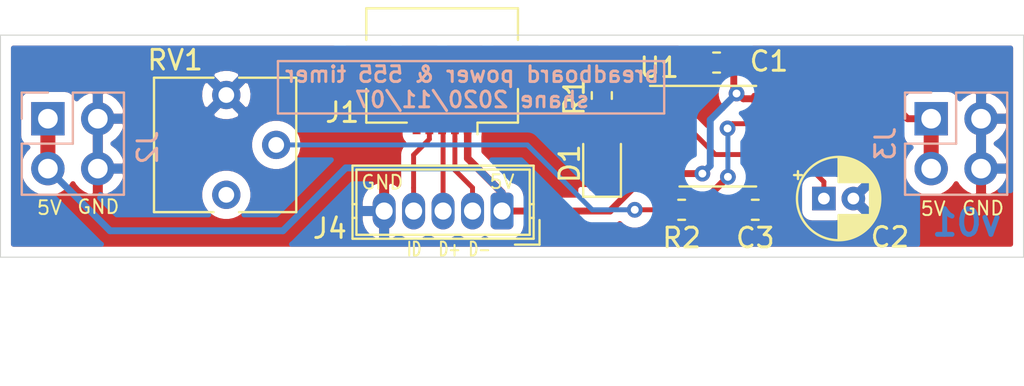
<source format=kicad_pcb>
(kicad_pcb (version 20171130) (host pcbnew "(5.1.5)-3")

  (general
    (thickness 1.6)
    (drawings 20)
    (tracks 74)
    (zones 0)
    (modules 12)
    (nets 13)
  )

  (page A4)
  (layers
    (0 F.Cu signal)
    (31 B.Cu signal hide)
    (32 B.Adhes user)
    (33 F.Adhes user)
    (34 B.Paste user)
    (35 F.Paste user)
    (36 B.SilkS user)
    (37 F.SilkS user)
    (38 B.Mask user)
    (39 F.Mask user)
    (40 Dwgs.User user)
    (41 Cmts.User user)
    (42 Eco1.User user)
    (43 Eco2.User user)
    (44 Edge.Cuts user)
    (45 Margin user)
    (46 B.CrtYd user)
    (47 F.CrtYd user)
    (48 B.Fab user)
    (49 F.Fab user)
  )

  (setup
    (last_trace_width 0.25)
    (user_trace_width 0.35)
    (trace_clearance 0.2)
    (zone_clearance 0.508)
    (zone_45_only no)
    (trace_min 0.2)
    (via_size 0.8)
    (via_drill 0.4)
    (via_min_size 0.4)
    (via_min_drill 0.3)
    (uvia_size 0.3)
    (uvia_drill 0.1)
    (uvias_allowed no)
    (uvia_min_size 0.2)
    (uvia_min_drill 0.1)
    (edge_width 0.05)
    (segment_width 0.2)
    (pcb_text_width 0.3)
    (pcb_text_size 1.5 1.5)
    (mod_edge_width 0.12)
    (mod_text_size 1 1)
    (mod_text_width 0.15)
    (pad_size 1.524 1.524)
    (pad_drill 0.762)
    (pad_to_mask_clearance 0.051)
    (solder_mask_min_width 0.25)
    (aux_axis_origin 0 0)
    (visible_elements 7FFFFFFF)
    (pcbplotparams
      (layerselection 0x010f0_ffffffff)
      (usegerberextensions true)
      (usegerberattributes false)
      (usegerberadvancedattributes false)
      (creategerberjobfile false)
      (excludeedgelayer true)
      (linewidth 0.100000)
      (plotframeref false)
      (viasonmask false)
      (mode 1)
      (useauxorigin false)
      (hpglpennumber 1)
      (hpglpenspeed 20)
      (hpglpendiameter 15.000000)
      (psnegative false)
      (psa4output false)
      (plotreference true)
      (plotvalue false)
      (plotinvisibletext false)
      (padsonsilk false)
      (subtractmaskfromsilk false)
      (outputformat 1)
      (mirror false)
      (drillshape 0)
      (scaleselection 1)
      (outputdirectory "gerbers/"))
  )

  (net 0 "")
  (net 1 GND)
  (net 2 +5V)
  (net 3 "Net-(C3-Pad1)")
  (net 4 "Net-(D1-Pad2)")
  (net 5 "Net-(R1-Pad1)")
  (net 6 "Net-(R2-Pad2)")
  (net 7 "Net-(R2-Pad1)")
  (net 8 "Net-(RV1-Pad1)")
  (net 9 "Net-(J1-Pad4)")
  (net 10 "Net-(J1-Pad3)")
  (net 11 "Net-(J1-Pad2)")
  (net 12 "Net-(C2-Pad1)")

  (net_class Default 这是默认网络类。
    (clearance 0.2)
    (trace_width 0.25)
    (via_dia 0.8)
    (via_drill 0.4)
    (uvia_dia 0.3)
    (uvia_drill 0.1)
    (add_net +5V)
    (add_net GND)
    (add_net "Net-(C2-Pad1)")
    (add_net "Net-(C3-Pad1)")
    (add_net "Net-(D1-Pad2)")
    (add_net "Net-(J1-Pad2)")
    (add_net "Net-(J1-Pad3)")
    (add_net "Net-(J1-Pad4)")
    (add_net "Net-(R1-Pad1)")
    (add_net "Net-(R2-Pad1)")
    (add_net "Net-(R2-Pad2)")
    (add_net "Net-(RV1-Pad1)")
  )

  (module LED_SMD:LED_0805_2012Metric (layer F.Cu) (tedit 5B36C52C) (tstamp 5FA64A71)
    (at 137.0457 72.0725 90)
    (descr "LED SMD 0805 (2012 Metric), square (rectangular) end terminal, IPC_7351 nominal, (Body size source: https://docs.google.com/spreadsheets/d/1BsfQQcO9C6DZCsRaXUlFlo91Tg2WpOkGARC1WS5S8t0/edit?usp=sharing), generated with kicad-footprint-generator")
    (tags diode)
    (path /5F9F021C)
    (attr smd)
    (fp_text reference D1 (at 0 -1.65 90) (layer F.SilkS)
      (effects (font (size 1 1) (thickness 0.15)))
    )
    (fp_text value LED (at 0 1.65 90) (layer F.Fab)
      (effects (font (size 1 1) (thickness 0.15)))
    )
    (fp_text user %R (at 0 0 90) (layer F.Fab)
      (effects (font (size 0.5 0.5) (thickness 0.08)))
    )
    (fp_line (start 1.68 0.95) (end -1.68 0.95) (layer F.CrtYd) (width 0.05))
    (fp_line (start 1.68 -0.95) (end 1.68 0.95) (layer F.CrtYd) (width 0.05))
    (fp_line (start -1.68 -0.95) (end 1.68 -0.95) (layer F.CrtYd) (width 0.05))
    (fp_line (start -1.68 0.95) (end -1.68 -0.95) (layer F.CrtYd) (width 0.05))
    (fp_line (start -1.685 0.96) (end 1 0.96) (layer F.SilkS) (width 0.12))
    (fp_line (start -1.685 -0.96) (end -1.685 0.96) (layer F.SilkS) (width 0.12))
    (fp_line (start 1 -0.96) (end -1.685 -0.96) (layer F.SilkS) (width 0.12))
    (fp_line (start 1 0.6) (end 1 -0.6) (layer F.Fab) (width 0.1))
    (fp_line (start -1 0.6) (end 1 0.6) (layer F.Fab) (width 0.1))
    (fp_line (start -1 -0.3) (end -1 0.6) (layer F.Fab) (width 0.1))
    (fp_line (start -0.7 -0.6) (end -1 -0.3) (layer F.Fab) (width 0.1))
    (fp_line (start 1 -0.6) (end -0.7 -0.6) (layer F.Fab) (width 0.1))
    (pad 2 smd roundrect (at 0.9375 0 90) (size 0.975 1.4) (layers F.Cu F.Paste F.Mask) (roundrect_rratio 0.25)
      (net 4 "Net-(D1-Pad2)"))
    (pad 1 smd roundrect (at -0.9375 0 90) (size 0.975 1.4) (layers F.Cu F.Paste F.Mask) (roundrect_rratio 0.25)
      (net 1 GND))
    (model ${KISYS3DMOD}/LED_SMD.3dshapes/LED_0805_2012Metric.wrl
      (at (xyz 0 0 0))
      (scale (xyz 1 1 1))
      (rotate (xyz 0 0 0))
    )
  )

  (module Connector_Wuerth:Wuerth_WR-WTB_64800511622_1x05_P1.50mm_Vertical (layer F.Cu) (tedit 5D1DE247) (tstamp 5FA5B115)
    (at 131.953 74.4855 180)
    (descr "Wuerth WR-WTB series connector, 64800511622 (https://katalog.we-online.com/em/datasheet/6480xx11622.pdf), generated with kicad-footprint-generator")
    (tags "connector Wuerth WR-WTB vertical")
    (path /5FA512CE)
    (fp_text reference J4 (at 8.763 -0.889) (layer F.SilkS)
      (effects (font (size 1 1) (thickness 0.15)))
    )
    (fp_text value Conn_01x05 (at 2.9972 0.2159) (layer F.Fab)
      (effects (font (size 1 1) (thickness 0.15)))
    )
    (fp_text user %R (at 3 1.5) (layer F.Fab)
      (effects (font (size 1 1) (thickness 0.15)))
    )
    (fp_line (start 8 -1.8) (end -2 -1.8) (layer F.CrtYd) (width 0.05))
    (fp_line (start 8 2.7) (end 8 -1.8) (layer F.CrtYd) (width 0.05))
    (fp_line (start -2 2.7) (end 8 2.7) (layer F.CrtYd) (width 0.05))
    (fp_line (start -2 -1.8) (end -2 2.7) (layer F.CrtYd) (width 0.05))
    (fp_line (start -1.91 -1.71) (end -1.91 -0.46) (layer F.SilkS) (width 0.12))
    (fp_line (start -0.66 -1.71) (end -1.91 -1.71) (layer F.SilkS) (width 0.12))
    (fp_line (start 7.41 2.11) (end 7.41 0.35) (layer F.SilkS) (width 0.12))
    (fp_line (start -1.41 2.11) (end 7.41 2.11) (layer F.SilkS) (width 0.12))
    (fp_line (start -1.41 0.35) (end -1.41 2.11) (layer F.SilkS) (width 0.12))
    (fp_line (start 7.41 0.35) (end 7.61 0.35) (layer F.SilkS) (width 0.12))
    (fp_line (start 7.41 -0.35) (end 7.41 0.35) (layer F.SilkS) (width 0.12))
    (fp_line (start -1.41 0.35) (end -1.61 0.35) (layer F.SilkS) (width 0.12))
    (fp_line (start -1.41 -0.35) (end -1.41 0.35) (layer F.SilkS) (width 0.12))
    (fp_line (start 7.41 -0.35) (end 7.61 -0.35) (layer F.SilkS) (width 0.12))
    (fp_line (start 7.41 -1.21) (end 7.41 -0.35) (layer F.SilkS) (width 0.12))
    (fp_line (start -1.41 -1.21) (end 7.41 -1.21) (layer F.SilkS) (width 0.12))
    (fp_line (start -1.41 -0.35) (end -1.41 -1.21) (layer F.SilkS) (width 0.12))
    (fp_line (start -1.61 -0.35) (end -1.41 -0.35) (layer F.SilkS) (width 0.12))
    (fp_line (start 7.61 -1.41) (end -1.61 -1.41) (layer F.SilkS) (width 0.12))
    (fp_line (start 7.61 2.31) (end 7.61 -1.41) (layer F.SilkS) (width 0.12))
    (fp_line (start -1.61 2.31) (end 7.61 2.31) (layer F.SilkS) (width 0.12))
    (fp_line (start -1.61 -1.41) (end -1.61 2.31) (layer F.SilkS) (width 0.12))
    (fp_line (start 0 -0.3) (end 1 -1.3) (layer F.Fab) (width 0.1))
    (fp_line (start -1 -1.3) (end 0 -0.3) (layer F.Fab) (width 0.1))
    (fp_line (start 7.5 -1.3) (end -1.5 -1.3) (layer F.Fab) (width 0.1))
    (fp_line (start 7.5 2.2) (end 7.5 -1.3) (layer F.Fab) (width 0.1))
    (fp_line (start -1.5 2.2) (end 7.5 2.2) (layer F.Fab) (width 0.1))
    (fp_line (start -1.5 -1.3) (end -1.5 2.2) (layer F.Fab) (width 0.1))
    (pad 5 thru_hole oval (at 6 0 180) (size 1.17 1.87) (drill 0.87) (layers *.Cu *.Mask)
      (net 1 GND))
    (pad 4 thru_hole oval (at 4.5 0 180) (size 1.17 1.87) (drill 0.87) (layers *.Cu *.Mask)
      (net 9 "Net-(J1-Pad4)"))
    (pad 3 thru_hole oval (at 3 0 180) (size 1.17 1.87) (drill 0.87) (layers *.Cu *.Mask)
      (net 10 "Net-(J1-Pad3)"))
    (pad 2 thru_hole oval (at 1.5 0 180) (size 1.17 1.87) (drill 0.87) (layers *.Cu *.Mask)
      (net 11 "Net-(J1-Pad2)"))
    (pad 1 thru_hole roundrect (at 0 0 180) (size 1.17 1.87) (drill 0.87) (layers *.Cu *.Mask) (roundrect_rratio 0.213675)
      (net 2 +5V))
    (model ${KISYS3DMOD}/Connector_Wuerth.3dshapes/Wuerth_WR-WTB_64800511622_1x05_P1.50mm_Vertical.wrl
      (at (xyz 0 0 0))
      (scale (xyz 1 1 1))
      (rotate (xyz 0 0 0))
    )
  )

  (module github:USB_Micro-B_Amphenol_10104110_Horizontal (layer F.Cu) (tedit 5E5842A1) (tstamp 5F9EE215)
    (at 128.905 68.326 180)
    (descr "USB Micro-B, horizontal, https://cdn.amphenol-icc.com/media/wysiwyg/files/drawing/10104110.pdf")
    (tags "USB Micro B horizontal")
    (path /5FA03AD8)
    (attr smd)
    (fp_text reference J1 (at 5.08 -1.143) (layer F.SilkS)
      (effects (font (size 1 1) (thickness 0.15)))
    )
    (fp_text value USB_B_Micro (at 0.0508 3.7338) (layer F.Fab)
      (effects (font (size 1 1) (thickness 0.15)))
    )
    (fp_line (start 5.4 -2.75) (end -5.4 -2.75) (layer F.CrtYd) (width 0.05))
    (fp_line (start 5.4 4.55) (end 5.4 -2.75) (layer F.CrtYd) (width 0.05))
    (fp_line (start -5.4 4.55) (end 5.4 4.55) (layer F.CrtYd) (width 0.05))
    (fp_line (start -5.4 -2.75) (end -5.4 4.55) (layer F.CrtYd) (width 0.05))
    (fp_line (start -1.8 -1.66) (end -1.8 -2.25) (layer F.SilkS) (width 0.12))
    (fp_line (start 3.86 4.16) (end 3.86 2.55) (layer F.SilkS) (width 0.12))
    (fp_line (start -3.86 4.16) (end 3.86 4.16) (layer F.SilkS) (width 0.12))
    (fp_line (start -2.6 2.75) (end 2.6 2.75) (layer F.Fab) (width 0.1))
    (fp_text user "PCB edge" (at 0 2.75) (layer Dwgs.User)
      (effects (font (size 0.5 0.5) (thickness 0.08)))
    )
    (fp_line (start -3.75 -1.55) (end 3.75 -1.55) (layer F.Fab) (width 0.1))
    (fp_line (start 3.75 -1.55) (end 3.75 4.05) (layer F.Fab) (width 0.1))
    (fp_line (start 3.75 4.05) (end -3.75 4.05) (layer F.Fab) (width 0.1))
    (fp_line (start -3.75 4.05) (end -3.75 -1.55) (layer F.Fab) (width 0.1))
    (fp_line (start -1.7 -2.25) (end -1.3 -1.85) (layer F.Fab) (width 0.1))
    (fp_line (start -0.9 -2.25) (end -1.7 -2.25) (layer F.Fab) (width 0.1))
    (fp_line (start -1.3 -1.85) (end -0.9 -2.25) (layer F.Fab) (width 0.1))
    (fp_text user %R (at 0 -0.2) (layer F.Fab)
      (effects (font (size 1 1) (thickness 0.15)))
    )
    (fp_line (start -3.86 0.05) (end -3.86 -1.66) (layer F.SilkS) (width 0.12))
    (fp_line (start -3.86 -1.66) (end -1.8 -1.66) (layer F.SilkS) (width 0.12))
    (fp_line (start 3.86 0.05) (end 3.86 -1.66) (layer F.SilkS) (width 0.12))
    (fp_line (start 3.86 -1.66) (end 1.8 -1.66) (layer F.SilkS) (width 0.12))
    (fp_line (start -3.86 4.16) (end -3.86 2.55) (layer F.SilkS) (width 0.12))
    (pad 1 smd rect (at -1.3 -1.55 180) (size 0.4 1.4) (layers F.Cu F.Paste F.Mask)
      (net 2 +5V))
    (pad 2 smd rect (at -0.65 -1.55 180) (size 0.4 1.4) (layers F.Cu F.Paste F.Mask)
      (net 11 "Net-(J1-Pad2)"))
    (pad 3 smd rect (at 0 -1.55 180) (size 0.4 1.4) (layers F.Cu F.Paste F.Mask)
      (net 10 "Net-(J1-Pad3)"))
    (pad 4 smd rect (at 0.65 -1.55 180) (size 0.4 1.4) (layers F.Cu F.Paste F.Mask)
      (net 9 "Net-(J1-Pad4)"))
    (pad 5 smd rect (at 1.3 -1.55 180) (size 0.4 1.4) (layers F.Cu F.Paste F.Mask)
      (net 1 GND))
    (pad 6 smd rect (at -3.75 1.3 180) (size 2.3 1.9) (layers F.Cu F.Paste F.Mask)
      (net 1 GND))
    (pad 6 smd rect (at 3.75 1.3 180) (size 2.3 1.9) (layers F.Cu F.Paste F.Mask)
      (net 1 GND))
    (pad 6 smd rect (at -1.15 1.3 180) (size 1.8 1.9) (layers F.Cu F.Paste F.Mask)
      (net 1 GND))
    (pad 6 smd rect (at 1.15 1.3 180) (size 1.8 1.9) (layers F.Cu F.Paste F.Mask)
      (net 1 GND))
    (model ${KISYS3DMOD}/Connector_USB.3dshapes/USB_Micro-B_Amphenol_10104110_Horizontal.wrl
      (at (xyz 0 0 0))
      (scale (xyz 1 1 1))
      (rotate (xyz 0 0 0))
    )
  )

  (module Capacitor_THT:CP_Radial_D4.0mm_P1.50mm (layer F.Cu) (tedit 5AE50EF0) (tstamp 5F9E807D)
    (at 148.336 73.8505)
    (descr "CP, Radial series, Radial, pin pitch=1.50mm, , diameter=4mm, Electrolytic Capacitor")
    (tags "CP Radial series Radial pin pitch 1.50mm  diameter 4mm Electrolytic Capacitor")
    (path /5F9F3D26)
    (fp_text reference C2 (at 3.3655 1.9685) (layer F.SilkS)
      (effects (font (size 1 1) (thickness 0.15)))
    )
    (fp_text value 10u (at 0.8382 -1.4859) (layer F.Fab)
      (effects (font (size 1 1) (thickness 0.15)))
    )
    (fp_text user %R (at 0.75 0) (layer F.Fab)
      (effects (font (size 0.8 0.8) (thickness 0.12)))
    )
    (fp_line (start -1.319801 -1.395) (end -1.319801 -0.995) (layer F.SilkS) (width 0.12))
    (fp_line (start -1.519801 -1.195) (end -1.119801 -1.195) (layer F.SilkS) (width 0.12))
    (fp_line (start 2.831 -0.37) (end 2.831 0.37) (layer F.SilkS) (width 0.12))
    (fp_line (start 2.791 -0.537) (end 2.791 0.537) (layer F.SilkS) (width 0.12))
    (fp_line (start 2.751 -0.664) (end 2.751 0.664) (layer F.SilkS) (width 0.12))
    (fp_line (start 2.711 -0.768) (end 2.711 0.768) (layer F.SilkS) (width 0.12))
    (fp_line (start 2.671 -0.859) (end 2.671 0.859) (layer F.SilkS) (width 0.12))
    (fp_line (start 2.631 -0.94) (end 2.631 0.94) (layer F.SilkS) (width 0.12))
    (fp_line (start 2.591 -1.013) (end 2.591 1.013) (layer F.SilkS) (width 0.12))
    (fp_line (start 2.551 -1.08) (end 2.551 1.08) (layer F.SilkS) (width 0.12))
    (fp_line (start 2.511 -1.142) (end 2.511 1.142) (layer F.SilkS) (width 0.12))
    (fp_line (start 2.471 -1.2) (end 2.471 1.2) (layer F.SilkS) (width 0.12))
    (fp_line (start 2.431 -1.254) (end 2.431 1.254) (layer F.SilkS) (width 0.12))
    (fp_line (start 2.391 -1.304) (end 2.391 1.304) (layer F.SilkS) (width 0.12))
    (fp_line (start 2.351 -1.351) (end 2.351 1.351) (layer F.SilkS) (width 0.12))
    (fp_line (start 2.311 0.84) (end 2.311 1.396) (layer F.SilkS) (width 0.12))
    (fp_line (start 2.311 -1.396) (end 2.311 -0.84) (layer F.SilkS) (width 0.12))
    (fp_line (start 2.271 0.84) (end 2.271 1.438) (layer F.SilkS) (width 0.12))
    (fp_line (start 2.271 -1.438) (end 2.271 -0.84) (layer F.SilkS) (width 0.12))
    (fp_line (start 2.231 0.84) (end 2.231 1.478) (layer F.SilkS) (width 0.12))
    (fp_line (start 2.231 -1.478) (end 2.231 -0.84) (layer F.SilkS) (width 0.12))
    (fp_line (start 2.191 0.84) (end 2.191 1.516) (layer F.SilkS) (width 0.12))
    (fp_line (start 2.191 -1.516) (end 2.191 -0.84) (layer F.SilkS) (width 0.12))
    (fp_line (start 2.151 0.84) (end 2.151 1.552) (layer F.SilkS) (width 0.12))
    (fp_line (start 2.151 -1.552) (end 2.151 -0.84) (layer F.SilkS) (width 0.12))
    (fp_line (start 2.111 0.84) (end 2.111 1.587) (layer F.SilkS) (width 0.12))
    (fp_line (start 2.111 -1.587) (end 2.111 -0.84) (layer F.SilkS) (width 0.12))
    (fp_line (start 2.071 0.84) (end 2.071 1.619) (layer F.SilkS) (width 0.12))
    (fp_line (start 2.071 -1.619) (end 2.071 -0.84) (layer F.SilkS) (width 0.12))
    (fp_line (start 2.031 0.84) (end 2.031 1.65) (layer F.SilkS) (width 0.12))
    (fp_line (start 2.031 -1.65) (end 2.031 -0.84) (layer F.SilkS) (width 0.12))
    (fp_line (start 1.991 0.84) (end 1.991 1.68) (layer F.SilkS) (width 0.12))
    (fp_line (start 1.991 -1.68) (end 1.991 -0.84) (layer F.SilkS) (width 0.12))
    (fp_line (start 1.951 0.84) (end 1.951 1.708) (layer F.SilkS) (width 0.12))
    (fp_line (start 1.951 -1.708) (end 1.951 -0.84) (layer F.SilkS) (width 0.12))
    (fp_line (start 1.911 0.84) (end 1.911 1.735) (layer F.SilkS) (width 0.12))
    (fp_line (start 1.911 -1.735) (end 1.911 -0.84) (layer F.SilkS) (width 0.12))
    (fp_line (start 1.871 0.84) (end 1.871 1.76) (layer F.SilkS) (width 0.12))
    (fp_line (start 1.871 -1.76) (end 1.871 -0.84) (layer F.SilkS) (width 0.12))
    (fp_line (start 1.831 0.84) (end 1.831 1.785) (layer F.SilkS) (width 0.12))
    (fp_line (start 1.831 -1.785) (end 1.831 -0.84) (layer F.SilkS) (width 0.12))
    (fp_line (start 1.791 0.84) (end 1.791 1.808) (layer F.SilkS) (width 0.12))
    (fp_line (start 1.791 -1.808) (end 1.791 -0.84) (layer F.SilkS) (width 0.12))
    (fp_line (start 1.751 0.84) (end 1.751 1.83) (layer F.SilkS) (width 0.12))
    (fp_line (start 1.751 -1.83) (end 1.751 -0.84) (layer F.SilkS) (width 0.12))
    (fp_line (start 1.711 0.84) (end 1.711 1.851) (layer F.SilkS) (width 0.12))
    (fp_line (start 1.711 -1.851) (end 1.711 -0.84) (layer F.SilkS) (width 0.12))
    (fp_line (start 1.671 0.84) (end 1.671 1.87) (layer F.SilkS) (width 0.12))
    (fp_line (start 1.671 -1.87) (end 1.671 -0.84) (layer F.SilkS) (width 0.12))
    (fp_line (start 1.631 0.84) (end 1.631 1.889) (layer F.SilkS) (width 0.12))
    (fp_line (start 1.631 -1.889) (end 1.631 -0.84) (layer F.SilkS) (width 0.12))
    (fp_line (start 1.591 0.84) (end 1.591 1.907) (layer F.SilkS) (width 0.12))
    (fp_line (start 1.591 -1.907) (end 1.591 -0.84) (layer F.SilkS) (width 0.12))
    (fp_line (start 1.551 0.84) (end 1.551 1.924) (layer F.SilkS) (width 0.12))
    (fp_line (start 1.551 -1.924) (end 1.551 -0.84) (layer F.SilkS) (width 0.12))
    (fp_line (start 1.511 0.84) (end 1.511 1.94) (layer F.SilkS) (width 0.12))
    (fp_line (start 1.511 -1.94) (end 1.511 -0.84) (layer F.SilkS) (width 0.12))
    (fp_line (start 1.471 0.84) (end 1.471 1.954) (layer F.SilkS) (width 0.12))
    (fp_line (start 1.471 -1.954) (end 1.471 -0.84) (layer F.SilkS) (width 0.12))
    (fp_line (start 1.43 0.84) (end 1.43 1.968) (layer F.SilkS) (width 0.12))
    (fp_line (start 1.43 -1.968) (end 1.43 -0.84) (layer F.SilkS) (width 0.12))
    (fp_line (start 1.39 0.84) (end 1.39 1.982) (layer F.SilkS) (width 0.12))
    (fp_line (start 1.39 -1.982) (end 1.39 -0.84) (layer F.SilkS) (width 0.12))
    (fp_line (start 1.35 0.84) (end 1.35 1.994) (layer F.SilkS) (width 0.12))
    (fp_line (start 1.35 -1.994) (end 1.35 -0.84) (layer F.SilkS) (width 0.12))
    (fp_line (start 1.31 0.84) (end 1.31 2.005) (layer F.SilkS) (width 0.12))
    (fp_line (start 1.31 -2.005) (end 1.31 -0.84) (layer F.SilkS) (width 0.12))
    (fp_line (start 1.27 0.84) (end 1.27 2.016) (layer F.SilkS) (width 0.12))
    (fp_line (start 1.27 -2.016) (end 1.27 -0.84) (layer F.SilkS) (width 0.12))
    (fp_line (start 1.23 0.84) (end 1.23 2.025) (layer F.SilkS) (width 0.12))
    (fp_line (start 1.23 -2.025) (end 1.23 -0.84) (layer F.SilkS) (width 0.12))
    (fp_line (start 1.19 0.84) (end 1.19 2.034) (layer F.SilkS) (width 0.12))
    (fp_line (start 1.19 -2.034) (end 1.19 -0.84) (layer F.SilkS) (width 0.12))
    (fp_line (start 1.15 0.84) (end 1.15 2.042) (layer F.SilkS) (width 0.12))
    (fp_line (start 1.15 -2.042) (end 1.15 -0.84) (layer F.SilkS) (width 0.12))
    (fp_line (start 1.11 0.84) (end 1.11 2.05) (layer F.SilkS) (width 0.12))
    (fp_line (start 1.11 -2.05) (end 1.11 -0.84) (layer F.SilkS) (width 0.12))
    (fp_line (start 1.07 0.84) (end 1.07 2.056) (layer F.SilkS) (width 0.12))
    (fp_line (start 1.07 -2.056) (end 1.07 -0.84) (layer F.SilkS) (width 0.12))
    (fp_line (start 1.03 0.84) (end 1.03 2.062) (layer F.SilkS) (width 0.12))
    (fp_line (start 1.03 -2.062) (end 1.03 -0.84) (layer F.SilkS) (width 0.12))
    (fp_line (start 0.99 0.84) (end 0.99 2.067) (layer F.SilkS) (width 0.12))
    (fp_line (start 0.99 -2.067) (end 0.99 -0.84) (layer F.SilkS) (width 0.12))
    (fp_line (start 0.95 0.84) (end 0.95 2.071) (layer F.SilkS) (width 0.12))
    (fp_line (start 0.95 -2.071) (end 0.95 -0.84) (layer F.SilkS) (width 0.12))
    (fp_line (start 0.91 0.84) (end 0.91 2.074) (layer F.SilkS) (width 0.12))
    (fp_line (start 0.91 -2.074) (end 0.91 -0.84) (layer F.SilkS) (width 0.12))
    (fp_line (start 0.87 0.84) (end 0.87 2.077) (layer F.SilkS) (width 0.12))
    (fp_line (start 0.87 -2.077) (end 0.87 -0.84) (layer F.SilkS) (width 0.12))
    (fp_line (start 0.83 -2.079) (end 0.83 -0.84) (layer F.SilkS) (width 0.12))
    (fp_line (start 0.83 0.84) (end 0.83 2.079) (layer F.SilkS) (width 0.12))
    (fp_line (start 0.79 -2.08) (end 0.79 -0.84) (layer F.SilkS) (width 0.12))
    (fp_line (start 0.79 0.84) (end 0.79 2.08) (layer F.SilkS) (width 0.12))
    (fp_line (start 0.75 -2.08) (end 0.75 -0.84) (layer F.SilkS) (width 0.12))
    (fp_line (start 0.75 0.84) (end 0.75 2.08) (layer F.SilkS) (width 0.12))
    (fp_line (start -0.752554 -1.0675) (end -0.752554 -0.6675) (layer F.Fab) (width 0.1))
    (fp_line (start -0.952554 -0.8675) (end -0.552554 -0.8675) (layer F.Fab) (width 0.1))
    (fp_circle (center 0.75 0) (end 3 0) (layer F.CrtYd) (width 0.05))
    (fp_circle (center 0.75 0) (end 2.87 0) (layer F.SilkS) (width 0.12))
    (fp_circle (center 0.75 0) (end 2.75 0) (layer F.Fab) (width 0.1))
    (pad 2 thru_hole circle (at 1.5 0) (size 1.2 1.2) (drill 0.6) (layers *.Cu *.Mask)
      (net 1 GND))
    (pad 1 thru_hole rect (at 0 0) (size 1.2 1.2) (drill 0.6) (layers *.Cu *.Mask)
      (net 12 "Net-(C2-Pad1)"))
    (model ${KISYS3DMOD}/Capacitor_THT.3dshapes/CP_Radial_D4.0mm_P1.50mm.wrl
      (at (xyz 0 0 0))
      (scale (xyz 1 1 1))
      (rotate (xyz 0 0 0))
    )
  )

  (module Potentiometer_THT:Potentiometer_Vishay_T73YP_Vertical (layer F.Cu) (tedit 5A3D4993) (tstamp 5F9E80E3)
    (at 117.9195 73.66)
    (descr "Potentiometer, vertical, Vishay T73YP, http://www.vishay.com/docs/51016/t73.pdf")
    (tags "Potentiometer vertical Vishay T73YP")
    (path /5F9FFCAC)
    (fp_text reference RV1 (at -2.6035 -6.858) (layer F.SilkS)
      (effects (font (size 1 1) (thickness 0.15)))
    )
    (fp_text value 10K (at -0.06 2.01) (layer F.Fab)
      (effects (font (size 1 1) (thickness 0.15)))
    )
    (fp_text user %R (at -2.56 -2.54 90) (layer F.Fab)
      (effects (font (size 1 1) (thickness 0.15)))
    )
    (fp_line (start 3.7 -6.1) (end -3.85 -6.1) (layer F.CrtYd) (width 0.05))
    (fp_line (start 3.7 1.05) (end 3.7 -6.1) (layer F.CrtYd) (width 0.05))
    (fp_line (start -3.85 1.05) (end 3.7 1.05) (layer F.CrtYd) (width 0.05))
    (fp_line (start -3.85 -6.1) (end -3.85 1.05) (layer F.CrtYd) (width 0.05))
    (fp_line (start 3.56 -5.96) (end 3.56 0.88) (layer F.SilkS) (width 0.12))
    (fp_line (start -3.68 -5.96) (end -3.68 0.88) (layer F.SilkS) (width 0.12))
    (fp_line (start 0.65 0.88) (end 3.56 0.88) (layer F.SilkS) (width 0.12))
    (fp_line (start -3.68 0.88) (end -0.65 0.88) (layer F.SilkS) (width 0.12))
    (fp_line (start 0.65 -5.96) (end 3.56 -5.96) (layer F.SilkS) (width 0.12))
    (fp_line (start -3.68 -5.96) (end -0.65 -5.96) (layer F.SilkS) (width 0.12))
    (fp_line (start -0.961 -2.464) (end -0.961 -2.616) (layer F.Fab) (width 0.1))
    (fp_line (start 0.164 -2.464) (end -0.961 -2.464) (layer F.Fab) (width 0.1))
    (fp_line (start 0.164 -1.339) (end 0.164 -2.464) (layer F.Fab) (width 0.1))
    (fp_line (start 0.316 -1.339) (end 0.164 -1.339) (layer F.Fab) (width 0.1))
    (fp_line (start 0.316 -2.464) (end 0.316 -1.339) (layer F.Fab) (width 0.1))
    (fp_line (start 1.441 -2.464) (end 0.316 -2.464) (layer F.Fab) (width 0.1))
    (fp_line (start 1.441 -2.616) (end 1.441 -2.464) (layer F.Fab) (width 0.1))
    (fp_line (start 0.316 -2.616) (end 1.441 -2.616) (layer F.Fab) (width 0.1))
    (fp_line (start 0.316 -3.741) (end 0.316 -2.616) (layer F.Fab) (width 0.1))
    (fp_line (start 0.164 -3.741) (end 0.316 -3.741) (layer F.Fab) (width 0.1))
    (fp_line (start 0.164 -2.616) (end 0.164 -3.741) (layer F.Fab) (width 0.1))
    (fp_line (start -0.961 -2.616) (end 0.164 -2.616) (layer F.Fab) (width 0.1))
    (fp_line (start 3.44 -5.84) (end -3.56 -5.84) (layer F.Fab) (width 0.1))
    (fp_line (start 3.44 0.76) (end 3.44 -5.84) (layer F.Fab) (width 0.1))
    (fp_line (start -3.56 0.76) (end 3.44 0.76) (layer F.Fab) (width 0.1))
    (fp_line (start -3.56 -5.84) (end -3.56 0.76) (layer F.Fab) (width 0.1))
    (fp_circle (center 0.24 -2.54) (end 1.74 -2.54) (layer F.Fab) (width 0.1))
    (pad 1 thru_hole circle (at 0 0) (size 1.44 1.44) (drill 0.8) (layers *.Cu *.Mask)
      (net 8 "Net-(RV1-Pad1)"))
    (pad 2 thru_hole circle (at 2.54 -2.54) (size 1.44 1.44) (drill 0.8) (layers *.Cu *.Mask)
      (net 6 "Net-(R2-Pad2)"))
    (pad 3 thru_hole circle (at 0 -5.08) (size 1.44 1.44) (drill 0.8) (layers *.Cu *.Mask)
      (net 1 GND))
    (model ${KISYS3DMOD}/Potentiometer_THT.3dshapes/Potentiometer_Vishay_T73YP_Vertical.wrl
      (at (xyz 0 0 0))
      (scale (xyz 1 1 1))
      (rotate (xyz 0 0 0))
    )
  )

  (module Connector_PinHeader_2.54mm:PinHeader_2x02_P2.54mm_Vertical (layer B.Cu) (tedit 59FED5CC) (tstamp 5FA2CF52)
    (at 153.797 69.7865 270)
    (descr "Through hole straight pin header, 2x02, 2.54mm pitch, double rows")
    (tags "Through hole pin header THT 2x02 2.54mm double row")
    (path /5FA1A2AA)
    (fp_text reference J3 (at 1.27 2.33 270) (layer B.SilkS)
      (effects (font (size 1 1) (thickness 0.15)) (justify mirror))
    )
    (fp_text value Conn_02x02_Odd_Even (at 1.27 -4.87 270) (layer B.Fab)
      (effects (font (size 1 1) (thickness 0.15)) (justify mirror))
    )
    (fp_text user %R (at 1.27 -1.27) (layer B.Fab)
      (effects (font (size 1 1) (thickness 0.15)) (justify mirror))
    )
    (fp_line (start 4.35 1.8) (end -1.8 1.8) (layer B.CrtYd) (width 0.05))
    (fp_line (start 4.35 -4.35) (end 4.35 1.8) (layer B.CrtYd) (width 0.05))
    (fp_line (start -1.8 -4.35) (end 4.35 -4.35) (layer B.CrtYd) (width 0.05))
    (fp_line (start -1.8 1.8) (end -1.8 -4.35) (layer B.CrtYd) (width 0.05))
    (fp_line (start -1.33 1.33) (end 0 1.33) (layer B.SilkS) (width 0.12))
    (fp_line (start -1.33 0) (end -1.33 1.33) (layer B.SilkS) (width 0.12))
    (fp_line (start 1.27 1.33) (end 3.87 1.33) (layer B.SilkS) (width 0.12))
    (fp_line (start 1.27 -1.27) (end 1.27 1.33) (layer B.SilkS) (width 0.12))
    (fp_line (start -1.33 -1.27) (end 1.27 -1.27) (layer B.SilkS) (width 0.12))
    (fp_line (start 3.87 1.33) (end 3.87 -3.87) (layer B.SilkS) (width 0.12))
    (fp_line (start -1.33 -1.27) (end -1.33 -3.87) (layer B.SilkS) (width 0.12))
    (fp_line (start -1.33 -3.87) (end 3.87 -3.87) (layer B.SilkS) (width 0.12))
    (fp_line (start -1.27 0) (end 0 1.27) (layer B.Fab) (width 0.1))
    (fp_line (start -1.27 -3.81) (end -1.27 0) (layer B.Fab) (width 0.1))
    (fp_line (start 3.81 -3.81) (end -1.27 -3.81) (layer B.Fab) (width 0.1))
    (fp_line (start 3.81 1.27) (end 3.81 -3.81) (layer B.Fab) (width 0.1))
    (fp_line (start 0 1.27) (end 3.81 1.27) (layer B.Fab) (width 0.1))
    (pad 4 thru_hole oval (at 2.54 -2.54 270) (size 1.7 1.7) (drill 1) (layers *.Cu *.Mask)
      (net 1 GND))
    (pad 3 thru_hole oval (at 0 -2.54 270) (size 1.7 1.7) (drill 1) (layers *.Cu *.Mask)
      (net 1 GND))
    (pad 2 thru_hole oval (at 2.54 0 270) (size 1.7 1.7) (drill 1) (layers *.Cu *.Mask)
      (net 2 +5V))
    (pad 1 thru_hole rect (at 0 0 270) (size 1.7 1.7) (drill 1) (layers *.Cu *.Mask)
      (net 2 +5V))
    (model ${KISYS3DMOD}/Connector_PinHeader_2.54mm.3dshapes/PinHeader_2x02_P2.54mm_Vertical.wrl
      (at (xyz 0 0 0))
      (scale (xyz 1 1 1))
      (rotate (xyz 0 0 0))
    )
  )

  (module Connector_PinHeader_2.54mm:PinHeader_2x02_P2.54mm_Vertical locked (layer B.Cu) (tedit 59FED5CC) (tstamp 5FA2D07F)
    (at 108.839 69.7865 270)
    (descr "Through hole straight pin header, 2x02, 2.54mm pitch, double rows")
    (tags "Through hole pin header THT 2x02 2.54mm double row")
    (path /5FA1814C)
    (fp_text reference J2 (at 1.4605 -5.08 270) (layer B.SilkS)
      (effects (font (size 1 1) (thickness 0.15)) (justify mirror))
    )
    (fp_text value Conn_02x02_Odd_Even (at 1.27 -4.87 270) (layer B.Fab)
      (effects (font (size 1 1) (thickness 0.15)) (justify mirror))
    )
    (fp_text user %R (at 1.27 -1.27 90) (layer B.Fab)
      (effects (font (size 1 1) (thickness 0.15)) (justify mirror))
    )
    (fp_line (start 4.35 1.8) (end -1.8 1.8) (layer B.CrtYd) (width 0.05))
    (fp_line (start 4.35 -4.35) (end 4.35 1.8) (layer B.CrtYd) (width 0.05))
    (fp_line (start -1.8 -4.35) (end 4.35 -4.35) (layer B.CrtYd) (width 0.05))
    (fp_line (start -1.8 1.8) (end -1.8 -4.35) (layer B.CrtYd) (width 0.05))
    (fp_line (start -1.33 1.33) (end 0 1.33) (layer B.SilkS) (width 0.12))
    (fp_line (start -1.33 0) (end -1.33 1.33) (layer B.SilkS) (width 0.12))
    (fp_line (start 1.27 1.33) (end 3.87 1.33) (layer B.SilkS) (width 0.12))
    (fp_line (start 1.27 -1.27) (end 1.27 1.33) (layer B.SilkS) (width 0.12))
    (fp_line (start -1.33 -1.27) (end 1.27 -1.27) (layer B.SilkS) (width 0.12))
    (fp_line (start 3.87 1.33) (end 3.87 -3.87) (layer B.SilkS) (width 0.12))
    (fp_line (start -1.33 -1.27) (end -1.33 -3.87) (layer B.SilkS) (width 0.12))
    (fp_line (start -1.33 -3.87) (end 3.87 -3.87) (layer B.SilkS) (width 0.12))
    (fp_line (start -1.27 0) (end 0 1.27) (layer B.Fab) (width 0.1))
    (fp_line (start -1.27 -3.81) (end -1.27 0) (layer B.Fab) (width 0.1))
    (fp_line (start 3.81 -3.81) (end -1.27 -3.81) (layer B.Fab) (width 0.1))
    (fp_line (start 3.81 1.27) (end 3.81 -3.81) (layer B.Fab) (width 0.1))
    (fp_line (start 0 1.27) (end 3.81 1.27) (layer B.Fab) (width 0.1))
    (pad 4 thru_hole oval (at 2.54 -2.54 270) (size 1.7 1.7) (drill 1) (layers *.Cu *.Mask)
      (net 1 GND))
    (pad 3 thru_hole oval (at 0 -2.54 270) (size 1.7 1.7) (drill 1) (layers *.Cu *.Mask)
      (net 1 GND))
    (pad 2 thru_hole oval (at 2.54 0 270) (size 1.7 1.7) (drill 1) (layers *.Cu *.Mask)
      (net 2 +5V))
    (pad 1 thru_hole rect (at 0 0 270) (size 1.7 1.7) (drill 1) (layers *.Cu *.Mask)
      (net 2 +5V))
    (model ${KISYS3DMOD}/Connector_PinHeader_2.54mm.3dshapes/PinHeader_2x02_P2.54mm_Vertical.wrl
      (at (xyz 0 0 0))
      (scale (xyz 1 1 1))
      (rotate (xyz 0 0 0))
    )
  )

  (module Package_SO:SO-8_3.9x4.9mm_P1.27mm (layer F.Cu) (tedit 5D9F72B1) (tstamp 5FA2D32B)
    (at 142.9385 70.6755)
    (descr "SO, 8 Pin (https://www.nxp.com/docs/en/data-sheet/PCF8523.pdf), generated with kicad-footprint-generator ipc_gullwing_generator.py")
    (tags "SO SO")
    (path /5F9E2A7B)
    (attr smd)
    (fp_text reference U1 (at -2.9845 -3.4925) (layer F.SilkS)
      (effects (font (size 1 1) (thickness 0.15)))
    )
    (fp_text value NE555 (at 0.1651 0.9779) (layer F.Fab)
      (effects (font (size 1 1) (thickness 0.15)))
    )
    (fp_text user %R (at 0.0635 -0.5461) (layer F.Fab)
      (effects (font (size 0.98 0.98) (thickness 0.15)))
    )
    (fp_line (start 3.7 -2.7) (end -3.7 -2.7) (layer F.CrtYd) (width 0.05))
    (fp_line (start 3.7 2.7) (end 3.7 -2.7) (layer F.CrtYd) (width 0.05))
    (fp_line (start -3.7 2.7) (end 3.7 2.7) (layer F.CrtYd) (width 0.05))
    (fp_line (start -3.7 -2.7) (end -3.7 2.7) (layer F.CrtYd) (width 0.05))
    (fp_line (start -1.95 -1.475) (end -0.975 -2.45) (layer F.Fab) (width 0.1))
    (fp_line (start -1.95 2.45) (end -1.95 -1.475) (layer F.Fab) (width 0.1))
    (fp_line (start 1.95 2.45) (end -1.95 2.45) (layer F.Fab) (width 0.1))
    (fp_line (start 1.95 -2.45) (end 1.95 2.45) (layer F.Fab) (width 0.1))
    (fp_line (start -0.975 -2.45) (end 1.95 -2.45) (layer F.Fab) (width 0.1))
    (fp_line (start 0 -2.56) (end -3.45 -2.56) (layer F.SilkS) (width 0.12))
    (fp_line (start 0 -2.56) (end 1.95 -2.56) (layer F.SilkS) (width 0.12))
    (fp_line (start 0 2.56) (end -1.95 2.56) (layer F.SilkS) (width 0.12))
    (fp_line (start 0 2.56) (end 1.95 2.56) (layer F.SilkS) (width 0.12))
    (pad 8 smd roundrect (at 2.575 -1.905) (size 1.75 0.6) (layers F.Cu F.Paste F.Mask) (roundrect_rratio 0.25)
      (net 2 +5V))
    (pad 7 smd roundrect (at 2.575 -0.635) (size 1.75 0.6) (layers F.Cu F.Paste F.Mask) (roundrect_rratio 0.25)
      (net 7 "Net-(R2-Pad1)"))
    (pad 6 smd roundrect (at 2.575 0.635) (size 1.75 0.6) (layers F.Cu F.Paste F.Mask) (roundrect_rratio 0.25)
      (net 12 "Net-(C2-Pad1)"))
    (pad 5 smd roundrect (at 2.575 1.905) (size 1.75 0.6) (layers F.Cu F.Paste F.Mask) (roundrect_rratio 0.25)
      (net 3 "Net-(C3-Pad1)"))
    (pad 4 smd roundrect (at -2.575 1.905) (size 1.75 0.6) (layers F.Cu F.Paste F.Mask) (roundrect_rratio 0.25)
      (net 2 +5V))
    (pad 3 smd roundrect (at -2.575 0.635) (size 1.75 0.6) (layers F.Cu F.Paste F.Mask) (roundrect_rratio 0.25)
      (net 5 "Net-(R1-Pad1)"))
    (pad 2 smd roundrect (at -2.575 -0.635) (size 1.75 0.6) (layers F.Cu F.Paste F.Mask) (roundrect_rratio 0.25)
      (net 12 "Net-(C2-Pad1)"))
    (pad 1 smd roundrect (at -2.575 -1.905) (size 1.75 0.6) (layers F.Cu F.Paste F.Mask) (roundrect_rratio 0.25)
      (net 1 GND))
    (model ${KISYS3DMOD}/Package_SO.3dshapes/SO-8_3.9x4.9mm_P1.27mm.wrl
      (at (xyz 0 0 0))
      (scale (xyz 1 1 1))
      (rotate (xyz 0 0 0))
    )
  )

  (module Resistor_SMD:R_0603_1608Metric_Pad1.05x0.95mm_HandSolder (layer F.Cu) (tedit 5B301BBD) (tstamp 5F9E80C3)
    (at 141.097 74.422 180)
    (descr "Resistor SMD 0603 (1608 Metric), square (rectangular) end terminal, IPC_7351 nominal with elongated pad for handsoldering. (Body size source: http://www.tortai-tech.com/upload/download/2011102023233369053.pdf), generated with kicad-footprint-generator")
    (tags "resistor handsolder")
    (path /5F9FE46D)
    (attr smd)
    (fp_text reference R2 (at 0 -1.43) (layer F.SilkS)
      (effects (font (size 1 1) (thickness 0.15)))
    )
    (fp_text value 1K (at 0 0.0508) (layer F.Fab)
      (effects (font (size 1 1) (thickness 0.15)))
    )
    (fp_text user %R (at 0 0) (layer F.Fab)
      (effects (font (size 0.4 0.4) (thickness 0.06)))
    )
    (fp_line (start 1.65 0.73) (end -1.65 0.73) (layer F.CrtYd) (width 0.05))
    (fp_line (start 1.65 -0.73) (end 1.65 0.73) (layer F.CrtYd) (width 0.05))
    (fp_line (start -1.65 -0.73) (end 1.65 -0.73) (layer F.CrtYd) (width 0.05))
    (fp_line (start -1.65 0.73) (end -1.65 -0.73) (layer F.CrtYd) (width 0.05))
    (fp_line (start -0.171267 0.51) (end 0.171267 0.51) (layer F.SilkS) (width 0.12))
    (fp_line (start -0.171267 -0.51) (end 0.171267 -0.51) (layer F.SilkS) (width 0.12))
    (fp_line (start 0.8 0.4) (end -0.8 0.4) (layer F.Fab) (width 0.1))
    (fp_line (start 0.8 -0.4) (end 0.8 0.4) (layer F.Fab) (width 0.1))
    (fp_line (start -0.8 -0.4) (end 0.8 -0.4) (layer F.Fab) (width 0.1))
    (fp_line (start -0.8 0.4) (end -0.8 -0.4) (layer F.Fab) (width 0.1))
    (pad 2 smd roundrect (at 0.875 0 180) (size 1.05 0.95) (layers F.Cu F.Paste F.Mask) (roundrect_rratio 0.25)
      (net 6 "Net-(R2-Pad2)"))
    (pad 1 smd roundrect (at -0.875 0 180) (size 1.05 0.95) (layers F.Cu F.Paste F.Mask) (roundrect_rratio 0.25)
      (net 7 "Net-(R2-Pad1)"))
    (model ${KISYS3DMOD}/Resistor_SMD.3dshapes/R_0603_1608Metric.wrl
      (at (xyz 0 0 0))
      (scale (xyz 1 1 1))
      (rotate (xyz 0 0 0))
    )
  )

  (module Resistor_SMD:R_0603_1608Metric_Pad1.05x0.95mm_HandSolder (layer F.Cu) (tedit 5B301BBD) (tstamp 5FA64AAB)
    (at 137.033 68.6054 270)
    (descr "Resistor SMD 0603 (1608 Metric), square (rectangular) end terminal, IPC_7351 nominal with elongated pad for handsoldering. (Body size source: http://www.tortai-tech.com/upload/download/2011102023233369053.pdf), generated with kicad-footprint-generator")
    (tags "resistor handsolder")
    (path /5F9E8B14)
    (attr smd)
    (fp_text reference R1 (at 0.0635 1.397 90) (layer F.SilkS)
      (effects (font (size 1 1) (thickness 0.15)))
    )
    (fp_text value 300 (at 0.0381 -0.0127 90) (layer F.Fab)
      (effects (font (size 1 1) (thickness 0.15)))
    )
    (fp_text user %R (at 0 0 90) (layer F.Fab)
      (effects (font (size 0.4 0.4) (thickness 0.06)))
    )
    (fp_line (start 1.65 0.73) (end -1.65 0.73) (layer F.CrtYd) (width 0.05))
    (fp_line (start 1.65 -0.73) (end 1.65 0.73) (layer F.CrtYd) (width 0.05))
    (fp_line (start -1.65 -0.73) (end 1.65 -0.73) (layer F.CrtYd) (width 0.05))
    (fp_line (start -1.65 0.73) (end -1.65 -0.73) (layer F.CrtYd) (width 0.05))
    (fp_line (start -0.171267 0.51) (end 0.171267 0.51) (layer F.SilkS) (width 0.12))
    (fp_line (start -0.171267 -0.51) (end 0.171267 -0.51) (layer F.SilkS) (width 0.12))
    (fp_line (start 0.8 0.4) (end -0.8 0.4) (layer F.Fab) (width 0.1))
    (fp_line (start 0.8 -0.4) (end 0.8 0.4) (layer F.Fab) (width 0.1))
    (fp_line (start -0.8 -0.4) (end 0.8 -0.4) (layer F.Fab) (width 0.1))
    (fp_line (start -0.8 0.4) (end -0.8 -0.4) (layer F.Fab) (width 0.1))
    (pad 2 smd roundrect (at 0.875 0 270) (size 1.05 0.95) (layers F.Cu F.Paste F.Mask) (roundrect_rratio 0.25)
      (net 4 "Net-(D1-Pad2)"))
    (pad 1 smd roundrect (at -0.875 0 270) (size 1.05 0.95) (layers F.Cu F.Paste F.Mask) (roundrect_rratio 0.25)
      (net 5 "Net-(R1-Pad1)"))
    (model ${KISYS3DMOD}/Resistor_SMD.3dshapes/R_0603_1608Metric.wrl
      (at (xyz 0 0 0))
      (scale (xyz 1 1 1))
      (rotate (xyz 0 0 0))
    )
  )

  (module Capacitor_SMD:C_0603_1608Metric_Pad1.05x0.95mm_HandSolder (layer F.Cu) (tedit 5B301BBE) (tstamp 5F9E808E)
    (at 144.8435 74.422 180)
    (descr "Capacitor SMD 0603 (1608 Metric), square (rectangular) end terminal, IPC_7351 nominal with elongated pad for handsoldering. (Body size source: http://www.tortai-tech.com/upload/download/2011102023233369053.pdf), generated with kicad-footprint-generator")
    (tags "capacitor handsolder")
    (path /5F9FB0E3)
    (attr smd)
    (fp_text reference C3 (at 0 -1.43) (layer F.SilkS)
      (effects (font (size 1 1) (thickness 0.15)))
    )
    (fp_text value 103 (at -0.0381 0.0254) (layer F.Fab)
      (effects (font (size 1 1) (thickness 0.15)))
    )
    (fp_text user %R (at 0 0) (layer F.Fab)
      (effects (font (size 0.4 0.4) (thickness 0.06)))
    )
    (fp_line (start 1.65 0.73) (end -1.65 0.73) (layer F.CrtYd) (width 0.05))
    (fp_line (start 1.65 -0.73) (end 1.65 0.73) (layer F.CrtYd) (width 0.05))
    (fp_line (start -1.65 -0.73) (end 1.65 -0.73) (layer F.CrtYd) (width 0.05))
    (fp_line (start -1.65 0.73) (end -1.65 -0.73) (layer F.CrtYd) (width 0.05))
    (fp_line (start -0.171267 0.51) (end 0.171267 0.51) (layer F.SilkS) (width 0.12))
    (fp_line (start -0.171267 -0.51) (end 0.171267 -0.51) (layer F.SilkS) (width 0.12))
    (fp_line (start 0.8 0.4) (end -0.8 0.4) (layer F.Fab) (width 0.1))
    (fp_line (start 0.8 -0.4) (end 0.8 0.4) (layer F.Fab) (width 0.1))
    (fp_line (start -0.8 -0.4) (end 0.8 -0.4) (layer F.Fab) (width 0.1))
    (fp_line (start -0.8 0.4) (end -0.8 -0.4) (layer F.Fab) (width 0.1))
    (pad 2 smd roundrect (at 0.875 0 180) (size 1.05 0.95) (layers F.Cu F.Paste F.Mask) (roundrect_rratio 0.25)
      (net 1 GND))
    (pad 1 smd roundrect (at -0.875 0 180) (size 1.05 0.95) (layers F.Cu F.Paste F.Mask) (roundrect_rratio 0.25)
      (net 3 "Net-(C3-Pad1)"))
    (model ${KISYS3DMOD}/Capacitor_SMD.3dshapes/C_0603_1608Metric.wrl
      (at (xyz 0 0 0))
      (scale (xyz 1 1 1))
      (rotate (xyz 0 0 0))
    )
  )

  (module Capacitor_SMD:C_0603_1608Metric_Pad1.05x0.95mm_HandSolder (layer F.Cu) (tedit 5B301BBE) (tstamp 5F9E806C)
    (at 142.875 66.929 180)
    (descr "Capacitor SMD 0603 (1608 Metric), square (rectangular) end terminal, IPC_7351 nominal with elongated pad for handsoldering. (Body size source: http://www.tortai-tech.com/upload/download/2011102023233369053.pdf), generated with kicad-footprint-generator")
    (tags "capacitor handsolder")
    (path /5F9E433C)
    (attr smd)
    (fp_text reference C1 (at -2.667 0.0635) (layer F.SilkS)
      (effects (font (size 1 1) (thickness 0.15)))
    )
    (fp_text value 104 (at -0.0254 0.1016) (layer F.Fab)
      (effects (font (size 1 1) (thickness 0.15)))
    )
    (fp_text user %R (at 0 0) (layer F.Fab)
      (effects (font (size 0.4 0.4) (thickness 0.06)))
    )
    (fp_line (start 1.65 0.73) (end -1.65 0.73) (layer F.CrtYd) (width 0.05))
    (fp_line (start 1.65 -0.73) (end 1.65 0.73) (layer F.CrtYd) (width 0.05))
    (fp_line (start -1.65 -0.73) (end 1.65 -0.73) (layer F.CrtYd) (width 0.05))
    (fp_line (start -1.65 0.73) (end -1.65 -0.73) (layer F.CrtYd) (width 0.05))
    (fp_line (start -0.171267 0.51) (end 0.171267 0.51) (layer F.SilkS) (width 0.12))
    (fp_line (start -0.171267 -0.51) (end 0.171267 -0.51) (layer F.SilkS) (width 0.12))
    (fp_line (start 0.8 0.4) (end -0.8 0.4) (layer F.Fab) (width 0.1))
    (fp_line (start 0.8 -0.4) (end 0.8 0.4) (layer F.Fab) (width 0.1))
    (fp_line (start -0.8 -0.4) (end 0.8 -0.4) (layer F.Fab) (width 0.1))
    (fp_line (start -0.8 0.4) (end -0.8 -0.4) (layer F.Fab) (width 0.1))
    (pad 2 smd roundrect (at 0.875 0 180) (size 1.05 0.95) (layers F.Cu F.Paste F.Mask) (roundrect_rratio 0.25)
      (net 1 GND))
    (pad 1 smd roundrect (at -0.875 0 180) (size 1.05 0.95) (layers F.Cu F.Paste F.Mask) (roundrect_rratio 0.25)
      (net 2 +5V))
    (model ${KISYS3DMOD}/Capacitor_SMD.3dshapes/C_0603_1608Metric.wrl
      (at (xyz 0 0 0))
      (scale (xyz 1 1 1))
      (rotate (xyz 0 0 0))
    )
  )

  (gr_line (start 120.5484 69.5198) (end 120.5484 66.8528) (layer B.SilkS) (width 0.12) (tstamp 5FA7141D))
  (gr_line (start 140.208 69.5198) (end 120.5484 69.5198) (layer B.SilkS) (width 0.12))
  (gr_line (start 140.208 66.8528) (end 140.208 69.5198) (layer B.SilkS) (width 0.12))
  (gr_line (start 120.5484 66.8528) (end 140.208 66.8528) (layer B.SilkS) (width 0.12))
  (gr_text v01 (at 155.6004 75.0824) (layer B.Cu)
    (effects (font (size 1.3 1.3) (thickness 0.25)) (justify mirror))
  )
  (gr_text "breadboard power & 555 timer\nshane 2020/11/07" (at 130.429 68.1736) (layer B.SilkS)
    (effects (font (size 0.8 0.8) (thickness 0.15)) (justify mirror))
  )
  (gr_text GND (at 156.4386 74.3458) (layer F.SilkS) (tstamp 5FA6062A)
    (effects (font (size 0.7 0.7) (thickness 0.1)))
  )
  (gr_text 5V (at 153.8986 74.3712) (layer F.SilkS) (tstamp 5FA60627)
    (effects (font (size 0.7 0.7) (thickness 0.1)))
  )
  (gr_text GND (at 111.4044 74.2696) (layer F.SilkS) (tstamp 5FA604E0)
    (effects (font (size 0.7 0.7) (thickness 0.1)))
  )
  (gr_text 5V (at 108.9152 74.3204) (layer F.SilkS) (tstamp 5FA604E0)
    (effects (font (size 0.7 0.7) (thickness 0.1)))
  )
  (gr_text ID (at 127.4826 76.4286) (layer F.SilkS) (tstamp 5FA604E0)
    (effects (font (size 0.7 0.5) (thickness 0.1)))
  )
  (gr_text D+ (at 129.286 76.4286) (layer F.SilkS) (tstamp 5FA604D3)
    (effects (font (size 0.7 0.5) (thickness 0.1)))
  )
  (gr_text D- (at 130.81 76.4286) (layer F.SilkS)
    (effects (font (size 0.7 0.5) (thickness 0.1)))
  )
  (gr_text GND (at 125.857 73.025) (layer F.SilkS)
    (effects (font (size 0.7 0.7) (thickness 0.1)))
  )
  (gr_text 5V (at 131.953 72.9996) (layer F.SilkS)
    (effects (font (size 0.7 0.7) (thickness 0.1)))
  )
  (dimension 42.418 (width 0.15) (layer F.Fab)
    (gr_text "42.418 mm" (at 132.7404 84.0532) (layer F.Fab)
      (effects (font (size 1 1) (thickness 0.15)))
    )
    (feature1 (pts (xy 153.9494 72.39) (xy 153.9494 83.339621)))
    (feature2 (pts (xy 111.5314 72.39) (xy 111.5314 83.339621)))
    (crossbar (pts (xy 111.5314 82.7532) (xy 153.9494 82.7532)))
    (arrow1a (pts (xy 153.9494 82.7532) (xy 152.822896 83.339621)))
    (arrow1b (pts (xy 153.9494 82.7532) (xy 152.822896 82.166779)))
    (arrow2a (pts (xy 111.5314 82.7532) (xy 112.657904 83.339621)))
    (arrow2b (pts (xy 111.5314 82.7532) (xy 112.657904 82.166779)))
  )
  (gr_line (start 158.5 65.532) (end 158.5 76.835) (layer Edge.Cuts) (width 0.05) (tstamp 5FA2D941))
  (gr_line (start 106.426 65.532) (end 106.426 76.835) (layer Edge.Cuts) (width 0.05) (tstamp 5FA2D1EF))
  (gr_line (start 158.5 76.835) (end 106.426 76.835) (layer Edge.Cuts) (width 0.05))
  (gr_line (start 106.426 65.532) (end 158.5 65.532) (layer Edge.Cuts) (width 0.05))

  (segment (start 127.055 69.876) (end 127.605 69.876) (width 0.35) (layer F.Cu) (net 1))
  (segment (start 125.953 70.978) (end 127.055 69.876) (width 0.35) (layer F.Cu) (net 1))
  (segment (start 125.953 74.4855) (end 125.953 70.978) (width 0.35) (layer F.Cu) (net 1))
  (segment (start 127.605 67.176) (end 127.605 69.876) (width 0.35) (layer F.Cu) (net 1))
  (segment (start 127.755 67.026) (end 127.605 67.176) (width 0.35) (layer F.Cu) (net 1))
  (segment (start 108.839 69.7865) (end 108.839 72.3265) (width 0.762) (layer F.Cu) (net 2))
  (segment (start 131.953 73.5505) (end 131.953 74.4855) (width 0.25) (layer F.Cu) (net 2))
  (segment (start 130.205 69.876) (end 130.205 71.8025) (width 0.38) (layer F.Cu) (net 2))
  (segment (start 130.205 71.8025) (end 131.953 73.5505) (width 0.38) (layer F.Cu) (net 2))
  (segment (start 143.75 66.929) (end 143.75 68.2866) (width 0.35) (layer F.Cu) (net 2))
  (segment (start 144.2339 68.7705) (end 145.5135 68.7705) (width 0.35) (layer F.Cu) (net 2))
  (segment (start 143.75 68.2866) (end 143.9799 68.5165) (width 0.35) (layer F.Cu) (net 2))
  (segment (start 143.9799 68.5165) (end 144.2339 68.7705) (width 0.35) (layer F.Cu) (net 2) (tstamp 5FA5E6C7))
  (segment (start 140.3635 72.5805) (end 142.1511 72.5805) (width 0.35) (layer F.Cu) (net 2))
  (via (at 142.1511 72.5805) (size 0.8) (drill 0.4) (layers F.Cu B.Cu) (net 2))
  (segment (start 142.551099 72.180501) (end 142.551099 69.843701) (width 0.35) (layer B.Cu) (net 2))
  (segment (start 142.1511 72.5805) (end 142.551099 72.180501) (width 0.35) (layer B.Cu) (net 2))
  (segment (start 142.551099 69.843701) (end 143.891 68.5038) (width 0.35) (layer B.Cu) (net 2))
  (via (at 143.891 68.5038) (size 0.8) (drill 0.4) (layers F.Cu B.Cu) (net 2))
  (segment (start 153.797 69.7865) (end 153.797 72.3265) (width 0.762) (layer F.Cu) (net 2))
  (segment (start 146.3885 68.7705) (end 145.5135 68.7705) (width 0.35) (layer F.Cu) (net 2))
  (segment (start 151.581 68.7705) (end 146.3885 68.7705) (width 0.35) (layer F.Cu) (net 2))
  (segment (start 152.597 69.7865) (end 151.581 68.7705) (width 0.35) (layer F.Cu) (net 2))
  (segment (start 153.797 69.7865) (end 152.597 69.7865) (width 0.35) (layer F.Cu) (net 2))
  (segment (start 108.839 72.3265) (end 112.0013 75.4888) (width 0.35) (layer B.Cu) (net 2))
  (segment (start 120.8024 75.4888) (end 124.0028 72.2884) (width 0.35) (layer B.Cu) (net 2))
  (segment (start 112.0013 75.4888) (end 120.8024 75.4888) (width 0.35) (layer B.Cu) (net 2))
  (segment (start 131.953 73.5505) (end 131.953 74.4855) (width 0.35) (layer B.Cu) (net 2))
  (segment (start 130.6909 72.2884) (end 131.953 73.5505) (width 0.35) (layer B.Cu) (net 2))
  (segment (start 124.0028 72.2884) (end 130.6909 72.2884) (width 0.35) (layer B.Cu) (net 2))
  (segment (start 139.4885 72.5805) (end 140.3635 72.5805) (width 0.35) (layer F.Cu) (net 2))
  (segment (start 139.351106 72.5805) (end 139.4885 72.5805) (width 0.35) (layer F.Cu) (net 2))
  (segment (start 137.446106 74.4855) (end 139.351106 72.5805) (width 0.35) (layer F.Cu) (net 2))
  (segment (start 131.953 74.4855) (end 137.446106 74.4855) (width 0.35) (layer F.Cu) (net 2))
  (segment (start 145.7185 72.7855) (end 145.5135 72.5805) (width 0.25) (layer F.Cu) (net 3))
  (segment (start 145.7185 74.422) (end 145.7185 72.7855) (width 0.25) (layer F.Cu) (net 3))
  (segment (start 137.0457 69.6455) (end 137.0457 71.285) (width 0.25) (layer F.Cu) (net 4) (tstamp 5FA64A99))
  (segment (start 137.508 67.7304) (end 137.033 67.7304) (width 0.25) (layer F.Cu) (net 5))
  (segment (start 138.6332 68.8556) (end 137.508 67.7304) (width 0.25) (layer F.Cu) (net 5))
  (segment (start 138.6332 70.4552) (end 138.6332 68.8556) (width 0.25) (layer F.Cu) (net 5))
  (segment (start 139.4885 71.3105) (end 138.6332 70.4552) (width 0.25) (layer F.Cu) (net 5))
  (segment (start 140.3635 71.3105) (end 139.4885 71.3105) (width 0.25) (layer F.Cu) (net 5))
  (via (at 138.7094 74.422) (size 0.8) (drill 0.4) (layers F.Cu B.Cu) (net 6))
  (segment (start 121.477733 71.12) (end 120.4595 71.12) (width 0.25) (layer B.Cu) (net 6))
  (segment (start 133.241515 71.12) (end 121.477733 71.12) (width 0.25) (layer B.Cu) (net 6))
  (segment (start 140.222 74.422) (end 138.7094 74.422) (width 0.25) (layer F.Cu) (net 6))
  (segment (start 136.543515 74.422) (end 133.241515 71.12) (width 0.25) (layer B.Cu) (net 6))
  (segment (start 138.7094 74.422) (end 136.543515 74.422) (width 0.25) (layer B.Cu) (net 6))
  (via (at 143.45105 72.7456) (size 0.8) (drill 0.4) (layers F.Cu B.Cu) (net 7))
  (via (at 143.4338 70.2818) (size 0.8) (drill 0.4) (layers F.Cu B.Cu) (net 7))
  (segment (start 141.972 74.22465) (end 143.45105 72.7456) (width 0.35) (layer F.Cu) (net 7))
  (segment (start 141.972 74.422) (end 141.972 74.22465) (width 0.35) (layer F.Cu) (net 7))
  (segment (start 143.45105 70.29905) (end 143.4338 70.2818) (width 0.25) (layer B.Cu) (net 7))
  (segment (start 143.45105 72.7456) (end 143.45105 70.29905) (width 0.25) (layer B.Cu) (net 7))
  (segment (start 143.6751 70.0405) (end 143.4338 70.2818) (width 0.25) (layer F.Cu) (net 7))
  (segment (start 145.5135 70.0405) (end 143.6751 70.0405) (width 0.25) (layer F.Cu) (net 7))
  (segment (start 127.453 73.3005) (end 127.453 74.4855) (width 0.25) (layer F.Cu) (net 9))
  (segment (start 127.453 71.628) (end 127.453 73.3005) (width 0.25) (layer F.Cu) (net 9))
  (segment (start 128.255 70.826) (end 127.453 71.628) (width 0.25) (layer F.Cu) (net 9))
  (segment (start 128.255 69.876) (end 128.255 70.826) (width 0.25) (layer F.Cu) (net 9))
  (segment (start 128.953 69.924) (end 128.905 69.876) (width 0.25) (layer F.Cu) (net 10))
  (segment (start 128.953 74.4855) (end 128.953 69.924) (width 0.25) (layer F.Cu) (net 10))
  (segment (start 129.555 70.826) (end 129.555 69.876) (width 0.25) (layer F.Cu) (net 11))
  (segment (start 129.555 72.4025) (end 129.555 70.826) (width 0.25) (layer F.Cu) (net 11))
  (segment (start 130.453 73.3005) (end 129.555 72.4025) (width 0.25) (layer F.Cu) (net 11))
  (segment (start 130.453 74.4855) (end 130.453 73.3005) (width 0.25) (layer F.Cu) (net 11))
  (segment (start 146.3885 71.3105) (end 145.5135 71.3105) (width 0.25) (layer F.Cu) (net 12))
  (segment (start 146.646 71.3105) (end 146.3885 71.3105) (width 0.25) (layer F.Cu) (net 12))
  (segment (start 148.336 73.0005) (end 146.646 71.3105) (width 0.25) (layer F.Cu) (net 12))
  (segment (start 148.336 73.8505) (end 148.336 73.0005) (width 0.25) (layer F.Cu) (net 12))
  (segment (start 141.2385 70.0405) (end 140.3635 70.0405) (width 0.25) (layer F.Cu) (net 12))
  (segment (start 142.8085 71.6105) (end 141.2385 70.0405) (width 0.25) (layer F.Cu) (net 12))
  (segment (start 145.2135 71.6105) (end 142.8085 71.6105) (width 0.25) (layer F.Cu) (net 12))
  (segment (start 145.5135 71.3105) (end 145.2135 71.6105) (width 0.25) (layer F.Cu) (net 12))

  (zone (net 1) (net_name GND) (layer F.Cu) (tstamp 5FA64E11) (hatch edge 0.508)
    (connect_pads (clearance 0.508))
    (min_thickness 0.254)
    (fill yes (arc_segments 32) (thermal_gap 0.508) (thermal_bridge_width 0.508) (smoothing chamfer))
    (polygon
      (pts
        (xy 106.4387 76.8223) (xy 106.426 76.8096) (xy 106.426 65.5574) (xy 158.496 65.5574) (xy 158.496 76.835)
        (xy 106.426 76.835)
      )
    )
    (filled_polygon
      (pts
        (xy 123.37 66.74025) (xy 123.52875 66.899) (xy 125.028 66.899) (xy 125.028 66.879) (xy 125.282 66.879)
        (xy 125.282 66.899) (xy 127.628 66.899) (xy 127.628 66.879) (xy 127.882 66.879) (xy 127.882 66.899)
        (xy 129.928 66.899) (xy 129.928 66.879) (xy 130.182 66.879) (xy 130.182 66.899) (xy 132.528 66.899)
        (xy 132.528 66.879) (xy 132.782 66.879) (xy 132.782 66.899) (xy 134.28125 66.899) (xy 134.44 66.74025)
        (xy 134.442536 66.192) (xy 140.895023 66.192) (xy 140.885498 66.20982) (xy 140.849188 66.329518) (xy 140.836928 66.454)
        (xy 140.84 66.64325) (xy 140.99875 66.802) (xy 141.873 66.802) (xy 141.873 66.782) (xy 142.127 66.782)
        (xy 142.127 66.802) (xy 142.147 66.802) (xy 142.147 67.056) (xy 142.127 67.056) (xy 142.127 67.88025)
        (xy 142.28575 68.039) (xy 142.525 68.042072) (xy 142.649482 68.029812) (xy 142.76918 67.993502) (xy 142.879494 67.934537)
        (xy 142.940001 67.884881) (xy 142.940001 68.09513) (xy 142.895774 68.201902) (xy 142.856 68.401861) (xy 142.856 68.605739)
        (xy 142.895774 68.805698) (xy 142.973795 68.994056) (xy 143.087063 69.163574) (xy 143.197095 69.273606) (xy 143.131902 69.286574)
        (xy 142.943544 69.364595) (xy 142.774026 69.477863) (xy 142.629863 69.622026) (xy 142.516595 69.791544) (xy 142.438574 69.979902)
        (xy 142.407736 70.134935) (xy 141.802304 69.529503) (xy 141.778501 69.500499) (xy 141.76215 69.48708) (xy 141.74477 69.454564)
        (xy 141.769037 69.424994) (xy 141.828002 69.31468) (xy 141.864312 69.194982) (xy 141.876572 69.0705) (xy 141.8735 69.05625)
        (xy 141.71475 68.8975) (xy 140.4905 68.8975) (xy 140.4905 68.9175) (xy 140.2365 68.9175) (xy 140.2365 68.8975)
        (xy 140.2165 68.8975) (xy 140.2165 68.6435) (xy 140.2365 68.6435) (xy 140.2365 67.99425) (xy 140.4905 67.99425)
        (xy 140.4905 68.6435) (xy 141.71475 68.6435) (xy 141.8735 68.48475) (xy 141.876572 68.4705) (xy 141.864312 68.346018)
        (xy 141.828002 68.22632) (xy 141.769037 68.116006) (xy 141.705928 68.039107) (xy 141.71425 68.039) (xy 141.873 67.88025)
        (xy 141.873 67.056) (xy 140.99875 67.056) (xy 140.84 67.21475) (xy 140.836928 67.404) (xy 140.849188 67.528482)
        (xy 140.885498 67.64818) (xy 140.944463 67.758494) (xy 141.006133 67.833639) (xy 140.64925 67.8355) (xy 140.4905 67.99425)
        (xy 140.2365 67.99425) (xy 140.07775 67.8355) (xy 139.4885 67.832428) (xy 139.364018 67.844688) (xy 139.24432 67.880998)
        (xy 139.134006 67.939963) (xy 139.037315 68.019315) (xy 138.962671 68.110269) (xy 138.129768 67.277367) (xy 138.129248 67.272084)
        (xy 138.079423 67.107833) (xy 137.998512 66.956458) (xy 137.889623 66.823777) (xy 137.756942 66.714888) (xy 137.605567 66.633977)
        (xy 137.441316 66.584152) (xy 137.2705 66.567328) (xy 136.7955 66.567328) (xy 136.624684 66.584152) (xy 136.460433 66.633977)
        (xy 136.309058 66.714888) (xy 136.176377 66.823777) (xy 136.067488 66.956458) (xy 135.986577 67.107833) (xy 135.936752 67.272084)
        (xy 135.919928 67.4429) (xy 135.919928 68.0179) (xy 135.936752 68.188716) (xy 135.986577 68.352967) (xy 136.067488 68.504342)
        (xy 136.150425 68.6054) (xy 136.067488 68.706458) (xy 135.986577 68.857833) (xy 135.936752 69.022084) (xy 135.919928 69.1929)
        (xy 135.919928 69.7679) (xy 135.936752 69.938716) (xy 135.986577 70.102967) (xy 136.041481 70.205686) (xy 135.965908 70.267708)
        (xy 135.856242 70.401336) (xy 135.774753 70.553791) (xy 135.724572 70.719215) (xy 135.707628 70.89125) (xy 135.707628 71.37875)
        (xy 135.724572 71.550785) (xy 135.774753 71.716209) (xy 135.856242 71.868664) (xy 135.965908 72.002292) (xy 135.972264 72.007508)
        (xy 135.894515 72.071315) (xy 135.815163 72.168006) (xy 135.756198 72.27832) (xy 135.719888 72.398018) (xy 135.707628 72.5225)
        (xy 135.7107 72.72425) (xy 135.86945 72.883) (xy 136.9187 72.883) (xy 136.9187 72.863) (xy 137.1727 72.863)
        (xy 137.1727 72.883) (xy 137.1927 72.883) (xy 137.1927 73.137) (xy 137.1727 73.137) (xy 137.1727 73.157)
        (xy 136.9187 73.157) (xy 136.9187 73.137) (xy 135.86945 73.137) (xy 135.7107 73.29575) (xy 135.707628 73.4975)
        (xy 135.719888 73.621982) (xy 135.736123 73.6755) (xy 133.163761 73.6755) (xy 133.159008 73.627245) (xy 133.108472 73.460649)
        (xy 133.026405 73.307113) (xy 132.915962 73.172538) (xy 132.781387 73.062095) (xy 132.627851 72.980028) (xy 132.51503 72.945805)
        (xy 131.03 71.460775) (xy 131.03 70.703159) (xy 131.030812 70.700482) (xy 131.043072 70.576) (xy 131.043072 69.176)
        (xy 131.030812 69.051518) (xy 130.994502 68.93182) (xy 130.935537 68.821506) (xy 130.856185 68.724815) (xy 130.759494 68.645463)
        (xy 130.698365 68.612789) (xy 130.955 68.614072) (xy 131.079482 68.601812) (xy 131.19918 68.565502) (xy 131.23 68.549028)
        (xy 131.26082 68.565502) (xy 131.380518 68.601812) (xy 131.505 68.614072) (xy 132.36925 68.611) (xy 132.528 68.45225)
        (xy 132.528 67.153) (xy 132.782 67.153) (xy 132.782 68.45225) (xy 132.94075 68.611) (xy 133.805 68.614072)
        (xy 133.929482 68.601812) (xy 134.04918 68.565502) (xy 134.159494 68.506537) (xy 134.256185 68.427185) (xy 134.335537 68.330494)
        (xy 134.394502 68.22018) (xy 134.430812 68.100482) (xy 134.443072 67.976) (xy 134.44 67.31175) (xy 134.28125 67.153)
        (xy 132.782 67.153) (xy 132.528 67.153) (xy 130.182 67.153) (xy 130.182 67.173) (xy 129.928 67.173)
        (xy 129.928 67.153) (xy 127.882 67.153) (xy 127.882 68.45225) (xy 127.975507 68.545757) (xy 127.930518 68.550188)
        (xy 127.927936 68.550971) (xy 127.83675 68.541) (xy 127.768782 68.608968) (xy 127.700506 68.645463) (xy 127.603815 68.724815)
        (xy 127.532 68.812322) (xy 127.532 68.69975) (xy 127.443379 68.611129) (xy 127.46925 68.611) (xy 127.628 68.45225)
        (xy 127.628 67.153) (xy 125.282 67.153) (xy 125.282 68.45225) (xy 125.44075 68.611) (xy 126.305 68.614072)
        (xy 126.429482 68.601812) (xy 126.54918 68.565502) (xy 126.58 68.549028) (xy 126.61082 68.565502) (xy 126.730518 68.601812)
        (xy 126.855 68.614072) (xy 127.111254 68.61279) (xy 127.042273 68.651057) (xy 126.946831 68.731908) (xy 126.868997 68.829826)
        (xy 126.811761 68.941046) (xy 126.777323 69.061296) (xy 126.767006 69.185954) (xy 126.77 69.59025) (xy 126.92875 69.749)
        (xy 127.416928 69.749) (xy 127.416928 70.003) (xy 126.92875 70.003) (xy 126.77 70.16175) (xy 126.767006 70.566046)
        (xy 126.777323 70.690704) (xy 126.811761 70.810954) (xy 126.868997 70.922174) (xy 126.946831 71.020092) (xy 126.968094 71.038105)
        (xy 126.942002 71.064197) (xy 126.912999 71.087999) (xy 126.857871 71.155174) (xy 126.818026 71.203724) (xy 126.793143 71.250277)
        (xy 126.747454 71.335754) (xy 126.703997 71.479015) (xy 126.693 71.590668) (xy 126.693 71.590678) (xy 126.689324 71.628)
        (xy 126.693 71.665323) (xy 126.693001 73.161328) (xy 126.525199 73.050548) (xy 126.302541 72.959765) (xy 126.26825 72.956934)
        (xy 126.08 73.081876) (xy 126.08 74.3585) (xy 126.1 74.3585) (xy 126.1 74.6125) (xy 126.08 74.6125)
        (xy 126.08 75.889124) (xy 126.26825 76.014066) (xy 126.302541 76.011235) (xy 126.525199 75.920452) (xy 126.706265 75.800915)
        (xy 126.771925 75.854801) (xy 126.983867 75.968087) (xy 127.213838 76.037848) (xy 127.453 76.061403) (xy 127.692161 76.037848)
        (xy 127.922132 75.968087) (xy 128.134074 75.854801) (xy 128.203 75.798235) (xy 128.271925 75.854801) (xy 128.483867 75.968087)
        (xy 128.713838 76.037848) (xy 128.953 76.061403) (xy 129.192161 76.037848) (xy 129.422132 75.968087) (xy 129.634074 75.854801)
        (xy 129.703 75.798235) (xy 129.771925 75.854801) (xy 129.983867 75.968087) (xy 130.213838 76.037848) (xy 130.453 76.061403)
        (xy 130.692161 76.037848) (xy 130.922132 75.968087) (xy 131.088421 75.879203) (xy 131.124613 75.908905) (xy 131.278149 75.990972)
        (xy 131.444745 76.041508) (xy 131.617999 76.058572) (xy 132.288001 76.058572) (xy 132.461255 76.041508) (xy 132.627851 75.990972)
        (xy 132.781387 75.908905) (xy 132.915962 75.798462) (xy 133.026405 75.663887) (xy 133.108472 75.510351) (xy 133.159008 75.343755)
        (xy 133.163761 75.2955) (xy 137.406318 75.2955) (xy 137.446106 75.299419) (xy 137.485894 75.2955) (xy 137.485897 75.2955)
        (xy 137.604894 75.28378) (xy 137.757579 75.237463) (xy 137.898295 75.162249) (xy 137.946433 75.122744) (xy 138.049626 75.225937)
        (xy 138.219144 75.339205) (xy 138.407502 75.417226) (xy 138.607461 75.457) (xy 138.811339 75.457) (xy 139.011298 75.417226)
        (xy 139.199656 75.339205) (xy 139.306504 75.267812) (xy 139.315377 75.278623) (xy 139.448058 75.387512) (xy 139.599433 75.468423)
        (xy 139.763684 75.518248) (xy 139.9345 75.535072) (xy 140.5095 75.535072) (xy 140.680316 75.518248) (xy 140.844567 75.468423)
        (xy 140.995942 75.387512) (xy 141.097 75.304575) (xy 141.198058 75.387512) (xy 141.349433 75.468423) (xy 141.513684 75.518248)
        (xy 141.6845 75.535072) (xy 142.2595 75.535072) (xy 142.430316 75.518248) (xy 142.594567 75.468423) (xy 142.745942 75.387512)
        (xy 142.878623 75.278623) (xy 142.9082 75.242583) (xy 142.912963 75.251494) (xy 142.992315 75.348185) (xy 143.089006 75.427537)
        (xy 143.19932 75.486502) (xy 143.319018 75.522812) (xy 143.4435 75.535072) (xy 143.68275 75.532) (xy 143.8415 75.37325)
        (xy 143.8415 74.549) (xy 143.8215 74.549) (xy 143.8215 74.295) (xy 143.8415 74.295) (xy 143.8415 74.275)
        (xy 144.0955 74.275) (xy 144.0955 74.295) (xy 144.1155 74.295) (xy 144.1155 74.549) (xy 144.0955 74.549)
        (xy 144.0955 75.37325) (xy 144.25425 75.532) (xy 144.4935 75.535072) (xy 144.617982 75.522812) (xy 144.73768 75.486502)
        (xy 144.847994 75.427537) (xy 144.920661 75.367901) (xy 144.944558 75.387512) (xy 145.095933 75.468423) (xy 145.260184 75.518248)
        (xy 145.431 75.535072) (xy 146.006 75.535072) (xy 146.176816 75.518248) (xy 146.341067 75.468423) (xy 146.492442 75.387512)
        (xy 146.625123 75.278623) (xy 146.734012 75.145942) (xy 146.814923 74.994567) (xy 146.864748 74.830316) (xy 146.881572 74.6595)
        (xy 146.881572 74.1845) (xy 146.864748 74.013684) (xy 146.814923 73.849433) (xy 146.734012 73.698058) (xy 146.625123 73.565377)
        (xy 146.507163 73.46857) (xy 146.540082 73.458584) (xy 146.676329 73.385758) (xy 146.795751 73.287751) (xy 146.893758 73.168329)
        (xy 146.966584 73.032082) (xy 147.011429 72.884245) (xy 147.0234 72.762702) (xy 147.188479 72.927781) (xy 147.146498 73.00632)
        (xy 147.110188 73.126018) (xy 147.097928 73.2505) (xy 147.097928 74.4505) (xy 147.110188 74.574982) (xy 147.146498 74.69468)
        (xy 147.205463 74.804994) (xy 147.284815 74.901685) (xy 147.381506 74.981037) (xy 147.49182 75.040002) (xy 147.611518 75.076312)
        (xy 147.736 75.088572) (xy 148.936 75.088572) (xy 149.060482 75.076312) (xy 149.18018 75.040002) (xy 149.290494 74.981037)
        (xy 149.307681 74.966932) (xy 149.434516 75.024737) (xy 149.671313 75.0805) (xy 149.914438 75.088995) (xy 150.154549 75.049895)
        (xy 150.382418 74.964702) (xy 150.458852 74.923848) (xy 150.506159 74.700264) (xy 149.836 74.030105) (xy 149.821858 74.044248)
        (xy 149.642253 73.864643) (xy 149.656395 73.8505) (xy 150.015605 73.8505) (xy 150.685764 74.520659) (xy 150.909348 74.473352)
        (xy 151.010237 74.251984) (xy 151.066 74.015187) (xy 151.074495 73.772062) (xy 151.035395 73.531951) (xy 150.950202 73.304082)
        (xy 150.909348 73.227648) (xy 150.685764 73.180341) (xy 150.015605 73.8505) (xy 149.656395 73.8505) (xy 149.642253 73.836358)
        (xy 149.821858 73.656753) (xy 149.836 73.670895) (xy 150.506159 73.000736) (xy 150.458852 72.777152) (xy 150.237484 72.676263)
        (xy 150.000687 72.6205) (xy 149.757562 72.612005) (xy 149.517451 72.651105) (xy 149.303883 72.730951) (xy 149.290494 72.719963)
        (xy 149.18018 72.660998) (xy 149.060482 72.624688) (xy 148.993345 72.618076) (xy 148.970974 72.576223) (xy 148.899799 72.489497)
        (xy 148.876001 72.460499) (xy 148.847003 72.436701) (xy 147.209804 70.799503) (xy 147.186001 70.770499) (xy 147.070276 70.675526)
        (xy 146.938247 70.604954) (xy 146.910716 70.596603) (xy 146.966584 70.492082) (xy 147.011429 70.344245) (xy 147.026572 70.1905)
        (xy 147.026572 69.8905) (xy 147.011429 69.736755) (xy 146.966584 69.588918) (xy 146.962084 69.5805) (xy 151.245488 69.5805)
        (xy 151.9961 70.331112) (xy 152.021472 70.362028) (xy 152.105253 70.430785) (xy 152.14481 70.463249) (xy 152.205919 70.495912)
        (xy 152.285527 70.538463) (xy 152.308928 70.545562) (xy 152.308928 70.6365) (xy 152.321188 70.760982) (xy 152.357498 70.88068)
        (xy 152.416463 70.990994) (xy 152.495815 71.087685) (xy 152.592506 71.167037) (xy 152.70282 71.226002) (xy 152.77538 71.248013)
        (xy 152.643525 71.379868) (xy 152.48101 71.623089) (xy 152.369068 71.893342) (xy 152.312 72.18024) (xy 152.312 72.47276)
        (xy 152.369068 72.759658) (xy 152.48101 73.029911) (xy 152.643525 73.273132) (xy 152.850368 73.479975) (xy 153.093589 73.64249)
        (xy 153.363842 73.754432) (xy 153.65074 73.8115) (xy 153.94326 73.8115) (xy 154.230158 73.754432) (xy 154.500411 73.64249)
        (xy 154.743632 73.479975) (xy 154.950475 73.273132) (xy 155.072195 73.090966) (xy 155.141822 73.207855) (xy 155.336731 73.424088)
        (xy 155.57008 73.598141) (xy 155.832901 73.723325) (xy 155.98011 73.767976) (xy 156.21 73.646655) (xy 156.21 72.4535)
        (xy 156.464 72.4535) (xy 156.464 73.646655) (xy 156.69389 73.767976) (xy 156.841099 73.723325) (xy 157.10392 73.598141)
        (xy 157.337269 73.424088) (xy 157.532178 73.207855) (xy 157.681157 72.957752) (xy 157.778481 72.683391) (xy 157.657814 72.4535)
        (xy 156.464 72.4535) (xy 156.21 72.4535) (xy 156.19 72.4535) (xy 156.19 72.1995) (xy 156.21 72.1995)
        (xy 156.21 69.9135) (xy 156.464 69.9135) (xy 156.464 72.1995) (xy 157.657814 72.1995) (xy 157.778481 71.969609)
        (xy 157.681157 71.695248) (xy 157.532178 71.445145) (xy 157.337269 71.228912) (xy 157.10612 71.0565) (xy 157.337269 70.884088)
        (xy 157.532178 70.667855) (xy 157.681157 70.417752) (xy 157.778481 70.143391) (xy 157.657814 69.9135) (xy 156.464 69.9135)
        (xy 156.21 69.9135) (xy 156.19 69.9135) (xy 156.19 69.6595) (xy 156.21 69.6595) (xy 156.21 68.466345)
        (xy 156.464 68.466345) (xy 156.464 69.6595) (xy 157.657814 69.6595) (xy 157.778481 69.429609) (xy 157.681157 69.155248)
        (xy 157.532178 68.905145) (xy 157.337269 68.688912) (xy 157.10392 68.514859) (xy 156.841099 68.389675) (xy 156.69389 68.345024)
        (xy 156.464 68.466345) (xy 156.21 68.466345) (xy 155.98011 68.345024) (xy 155.832901 68.389675) (xy 155.57008 68.514859)
        (xy 155.336731 68.688912) (xy 155.260966 68.772966) (xy 155.236502 68.69232) (xy 155.177537 68.582006) (xy 155.098185 68.485315)
        (xy 155.001494 68.405963) (xy 154.89118 68.346998) (xy 154.771482 68.310688) (xy 154.647 68.298428) (xy 152.947 68.298428)
        (xy 152.822518 68.310688) (xy 152.70282 68.346998) (xy 152.592506 68.405963) (xy 152.495815 68.485315) (xy 152.471254 68.515242)
        (xy 152.1819 68.225888) (xy 152.156528 68.194972) (xy 152.033189 68.093751) (xy 151.892473 68.018537) (xy 151.739788 67.97222)
        (xy 151.620791 67.9605) (xy 151.620788 67.9605) (xy 151.581 67.956581) (xy 151.541212 67.9605) (xy 146.667457 67.9605)
        (xy 146.540082 67.892416) (xy 146.392245 67.847571) (xy 146.2385 67.832428) (xy 144.7885 67.832428) (xy 144.692768 67.841857)
        (xy 144.645589 67.794678) (xy 144.656623 67.785623) (xy 144.765512 67.652942) (xy 144.846423 67.501567) (xy 144.896248 67.337316)
        (xy 144.913072 67.1665) (xy 144.913072 66.6915) (xy 144.896248 66.520684) (xy 144.846423 66.356433) (xy 144.765512 66.205058)
        (xy 144.754796 66.192) (xy 157.84 66.192) (xy 157.840001 76.175) (xy 107.086 76.175) (xy 107.086 68.9365)
        (xy 107.350928 68.9365) (xy 107.350928 70.6365) (xy 107.363188 70.760982) (xy 107.399498 70.88068) (xy 107.458463 70.990994)
        (xy 107.537815 71.087685) (xy 107.634506 71.167037) (xy 107.74482 71.226002) (xy 107.81738 71.248013) (xy 107.685525 71.379868)
        (xy 107.52301 71.623089) (xy 107.411068 71.893342) (xy 107.354 72.18024) (xy 107.354 72.47276) (xy 107.411068 72.759658)
        (xy 107.52301 73.029911) (xy 107.685525 73.273132) (xy 107.892368 73.479975) (xy 108.135589 73.64249) (xy 108.405842 73.754432)
        (xy 108.69274 73.8115) (xy 108.98526 73.8115) (xy 109.272158 73.754432) (xy 109.542411 73.64249) (xy 109.785632 73.479975)
        (xy 109.992475 73.273132) (xy 110.114195 73.090966) (xy 110.183822 73.207855) (xy 110.378731 73.424088) (xy 110.61208 73.598141)
        (xy 110.874901 73.723325) (xy 111.02211 73.767976) (xy 111.252 73.646655) (xy 111.252 72.4535) (xy 111.506 72.4535)
        (xy 111.506 73.646655) (xy 111.73589 73.767976) (xy 111.883099 73.723325) (xy 112.14592 73.598141) (xy 112.241908 73.526544)
        (xy 116.5645 73.526544) (xy 116.5645 73.793456) (xy 116.616572 74.055239) (xy 116.718715 74.301833) (xy 116.867003 74.523762)
        (xy 117.055738 74.712497) (xy 117.277667 74.860785) (xy 117.524261 74.962928) (xy 117.786044 75.015) (xy 118.052956 75.015)
        (xy 118.314739 74.962928) (xy 118.561333 74.860785) (xy 118.783262 74.712497) (xy 118.883259 74.6125) (xy 124.733 74.6125)
        (xy 124.733 74.9625) (xy 124.781218 75.19807) (xy 124.874467 75.419707) (xy 125.009164 75.618893) (xy 125.180132 75.787974)
        (xy 125.380801 75.920452) (xy 125.603459 76.011235) (xy 125.63775 76.014066) (xy 125.826 75.889124) (xy 125.826 74.6125)
        (xy 124.733 74.6125) (xy 118.883259 74.6125) (xy 118.971997 74.523762) (xy 119.120285 74.301833) (xy 119.222428 74.055239)
        (xy 119.231724 74.0085) (xy 124.733 74.0085) (xy 124.733 74.3585) (xy 125.826 74.3585) (xy 125.826 73.081876)
        (xy 125.63775 72.956934) (xy 125.603459 72.959765) (xy 125.380801 73.050548) (xy 125.180132 73.183026) (xy 125.009164 73.352107)
        (xy 124.874467 73.551293) (xy 124.781218 73.77293) (xy 124.733 74.0085) (xy 119.231724 74.0085) (xy 119.2745 73.793456)
        (xy 119.2745 73.526544) (xy 119.222428 73.264761) (xy 119.120285 73.018167) (xy 118.971997 72.796238) (xy 118.783262 72.607503)
        (xy 118.561333 72.459215) (xy 118.314739 72.357072) (xy 118.052956 72.305) (xy 117.786044 72.305) (xy 117.524261 72.357072)
        (xy 117.277667 72.459215) (xy 117.055738 72.607503) (xy 116.867003 72.796238) (xy 116.718715 73.018167) (xy 116.616572 73.264761)
        (xy 116.5645 73.526544) (xy 112.241908 73.526544) (xy 112.379269 73.424088) (xy 112.574178 73.207855) (xy 112.723157 72.957752)
        (xy 112.820481 72.683391) (xy 112.699814 72.4535) (xy 111.506 72.4535) (xy 111.252 72.4535) (xy 111.232 72.4535)
        (xy 111.232 72.1995) (xy 111.252 72.1995) (xy 111.252 69.9135) (xy 111.506 69.9135) (xy 111.506 72.1995)
        (xy 112.699814 72.1995) (xy 112.820481 71.969609) (xy 112.723157 71.695248) (xy 112.574178 71.445145) (xy 112.379269 71.228912)
        (xy 112.14812 71.0565) (xy 112.241908 70.986544) (xy 119.1045 70.986544) (xy 119.1045 71.253456) (xy 119.156572 71.515239)
        (xy 119.258715 71.761833) (xy 119.407003 71.983762) (xy 119.595738 72.172497) (xy 119.817667 72.320785) (xy 120.064261 72.422928)
        (xy 120.326044 72.475) (xy 120.592956 72.475) (xy 120.854739 72.422928) (xy 121.101333 72.320785) (xy 121.323262 72.172497)
        (xy 121.511997 71.983762) (xy 121.660285 71.761833) (xy 121.762428 71.515239) (xy 121.8145 71.253456) (xy 121.8145 70.986544)
        (xy 121.762428 70.724761) (xy 121.660285 70.478167) (xy 121.511997 70.256238) (xy 121.323262 70.067503) (xy 121.101333 69.919215)
        (xy 120.854739 69.817072) (xy 120.592956 69.765) (xy 120.326044 69.765) (xy 120.064261 69.817072) (xy 119.817667 69.919215)
        (xy 119.595738 70.067503) (xy 119.407003 70.256238) (xy 119.258715 70.478167) (xy 119.156572 70.724761) (xy 119.1045 70.986544)
        (xy 112.241908 70.986544) (xy 112.379269 70.884088) (xy 112.574178 70.667855) (xy 112.723157 70.417752) (xy 112.820481 70.143391)
        (xy 112.699814 69.9135) (xy 111.506 69.9135) (xy 111.252 69.9135) (xy 111.232 69.9135) (xy 111.232 69.6595)
        (xy 111.252 69.6595) (xy 111.252 68.466345) (xy 111.506 68.466345) (xy 111.506 69.6595) (xy 112.699814 69.6595)
        (xy 112.775366 69.51556) (xy 117.163545 69.51556) (xy 117.225432 69.751368) (xy 117.46729 69.864266) (xy 117.726527 69.927811)
        (xy 117.99318 69.939561) (xy 118.257001 69.899063) (xy 118.507853 69.807875) (xy 118.613568 69.751368) (xy 118.675455 69.51556)
        (xy 117.9195 68.759605) (xy 117.163545 69.51556) (xy 112.775366 69.51556) (xy 112.820481 69.429609) (xy 112.723157 69.155248)
        (xy 112.574178 68.905145) (xy 112.379269 68.688912) (xy 112.332035 68.65368) (xy 116.559939 68.65368) (xy 116.600437 68.917501)
        (xy 116.691625 69.168353) (xy 116.748132 69.274068) (xy 116.98394 69.335955) (xy 117.739895 68.58) (xy 118.099105 68.58)
        (xy 118.85506 69.335955) (xy 119.090868 69.274068) (xy 119.203766 69.03221) (xy 119.267311 68.772973) (xy 119.279061 68.50632)
        (xy 119.238563 68.242499) (xy 119.147375 67.991647) (xy 119.139012 67.976) (xy 123.366928 67.976) (xy 123.379188 68.100482)
        (xy 123.415498 68.22018) (xy 123.474463 68.330494) (xy 123.553815 68.427185) (xy 123.650506 68.506537) (xy 123.76082 68.565502)
        (xy 123.880518 68.601812) (xy 124.005 68.614072) (xy 124.86925 68.611) (xy 125.028 68.45225) (xy 125.028 67.153)
        (xy 123.52875 67.153) (xy 123.37 67.31175) (xy 123.366928 67.976) (xy 119.139012 67.976) (xy 119.090868 67.885932)
        (xy 118.85506 67.824045) (xy 118.099105 68.58) (xy 117.739895 68.58) (xy 116.98394 67.824045) (xy 116.748132 67.885932)
        (xy 116.635234 68.12779) (xy 116.571689 68.387027) (xy 116.559939 68.65368) (xy 112.332035 68.65368) (xy 112.14592 68.514859)
        (xy 111.883099 68.389675) (xy 111.73589 68.345024) (xy 111.506 68.466345) (xy 111.252 68.466345) (xy 111.02211 68.345024)
        (xy 110.874901 68.389675) (xy 110.61208 68.514859) (xy 110.378731 68.688912) (xy 110.302966 68.772966) (xy 110.278502 68.69232)
        (xy 110.219537 68.582006) (xy 110.140185 68.485315) (xy 110.043494 68.405963) (xy 109.93318 68.346998) (xy 109.813482 68.310688)
        (xy 109.689 68.298428) (xy 107.989 68.298428) (xy 107.864518 68.310688) (xy 107.74482 68.346998) (xy 107.634506 68.405963)
        (xy 107.537815 68.485315) (xy 107.458463 68.582006) (xy 107.399498 68.69232) (xy 107.363188 68.812018) (xy 107.350928 68.9365)
        (xy 107.086 68.9365) (xy 107.086 67.64444) (xy 117.163545 67.64444) (xy 117.9195 68.400395) (xy 118.675455 67.64444)
        (xy 118.613568 67.408632) (xy 118.37171 67.295734) (xy 118.112473 67.232189) (xy 117.84582 67.220439) (xy 117.581999 67.260937)
        (xy 117.331147 67.352125) (xy 117.225432 67.408632) (xy 117.163545 67.64444) (xy 107.086 67.64444) (xy 107.086 66.192)
        (xy 123.367464 66.192)
      )
    )
  )
  (zone (net 1) (net_name GND) (layer B.Cu) (tstamp 5FA64E0E) (hatch edge 0.508)
    (connect_pads (clearance 0.508))
    (min_thickness 0.254)
    (fill yes (arc_segments 32) (thermal_gap 0.508) (thermal_bridge_width 0.508) (smoothing fillet))
    (polygon
      (pts
        (xy 158.496 76.835) (xy 106.426 76.835) (xy 106.426 65.5574) (xy 158.496 65.5574)
      )
    )
    (filled_polygon
      (pts
        (xy 157.840001 73.4489) (xy 157.304004 73.4489) (xy 157.337269 73.424088) (xy 157.532178 73.207855) (xy 157.681157 72.957752)
        (xy 157.778481 72.683391) (xy 157.657814 72.4535) (xy 156.464 72.4535) (xy 156.464 72.4735) (xy 156.21 72.4735)
        (xy 156.21 72.4535) (xy 156.19 72.4535) (xy 156.19 72.1995) (xy 156.21 72.1995) (xy 156.21 69.9135)
        (xy 156.464 69.9135) (xy 156.464 72.1995) (xy 157.657814 72.1995) (xy 157.778481 71.969609) (xy 157.681157 71.695248)
        (xy 157.532178 71.445145) (xy 157.337269 71.228912) (xy 157.10612 71.0565) (xy 157.337269 70.884088) (xy 157.532178 70.667855)
        (xy 157.681157 70.417752) (xy 157.778481 70.143391) (xy 157.657814 69.9135) (xy 156.464 69.9135) (xy 156.21 69.9135)
        (xy 156.19 69.9135) (xy 156.19 69.6595) (xy 156.21 69.6595) (xy 156.21 68.466345) (xy 156.464 68.466345)
        (xy 156.464 69.6595) (xy 157.657814 69.6595) (xy 157.778481 69.429609) (xy 157.681157 69.155248) (xy 157.532178 68.905145)
        (xy 157.337269 68.688912) (xy 157.10392 68.514859) (xy 156.841099 68.389675) (xy 156.69389 68.345024) (xy 156.464 68.466345)
        (xy 156.21 68.466345) (xy 155.98011 68.345024) (xy 155.832901 68.389675) (xy 155.57008 68.514859) (xy 155.336731 68.688912)
        (xy 155.260966 68.772966) (xy 155.236502 68.69232) (xy 155.177537 68.582006) (xy 155.098185 68.485315) (xy 155.001494 68.405963)
        (xy 154.89118 68.346998) (xy 154.771482 68.310688) (xy 154.647 68.298428) (xy 152.947 68.298428) (xy 152.822518 68.310688)
        (xy 152.70282 68.346998) (xy 152.592506 68.405963) (xy 152.495815 68.485315) (xy 152.416463 68.582006) (xy 152.357498 68.69232)
        (xy 152.321188 68.812018) (xy 152.308928 68.9365) (xy 152.308928 70.6365) (xy 152.321188 70.760982) (xy 152.357498 70.88068)
        (xy 152.416463 70.990994) (xy 152.495815 71.087685) (xy 152.592506 71.167037) (xy 152.70282 71.226002) (xy 152.77538 71.248013)
        (xy 152.643525 71.379868) (xy 152.48101 71.623089) (xy 152.369068 71.893342) (xy 152.312 72.18024) (xy 152.312 72.47276)
        (xy 152.369068 72.759658) (xy 152.48101 73.029911) (xy 152.643525 73.273132) (xy 152.850368 73.479975) (xy 153.093589 73.64249)
        (xy 153.107067 73.648073) (xy 153.107067 76.175) (xy 121.236907 76.175) (xy 121.254589 76.165549) (xy 121.377928 76.064328)
        (xy 121.4033 76.033412) (xy 122.824212 74.6125) (xy 124.733 74.6125) (xy 124.733 74.9625) (xy 124.781218 75.19807)
        (xy 124.874467 75.419707) (xy 125.009164 75.618893) (xy 125.180132 75.787974) (xy 125.380801 75.920452) (xy 125.603459 76.011235)
        (xy 125.63775 76.014066) (xy 125.826 75.889124) (xy 125.826 74.6125) (xy 124.733 74.6125) (xy 122.824212 74.6125)
        (xy 124.338313 73.0984) (xy 125.308318 73.0984) (xy 125.180132 73.183026) (xy 125.009164 73.352107) (xy 124.874467 73.551293)
        (xy 124.781218 73.77293) (xy 124.733 74.0085) (xy 124.733 74.3585) (xy 125.826 74.3585) (xy 125.826 74.3385)
        (xy 126.08 74.3385) (xy 126.08 74.3585) (xy 126.1 74.3585) (xy 126.1 74.6125) (xy 126.08 74.6125)
        (xy 126.08 75.889124) (xy 126.26825 76.014066) (xy 126.302541 76.011235) (xy 126.525199 75.920452) (xy 126.706265 75.800915)
        (xy 126.771925 75.854801) (xy 126.983867 75.968087) (xy 127.213838 76.037848) (xy 127.453 76.061403) (xy 127.692161 76.037848)
        (xy 127.922132 75.968087) (xy 128.134074 75.854801) (xy 128.203 75.798235) (xy 128.271925 75.854801) (xy 128.483867 75.968087)
        (xy 128.713838 76.037848) (xy 128.953 76.061403) (xy 129.192161 76.037848) (xy 129.422132 75.968087) (xy 129.634074 75.854801)
        (xy 129.703 75.798235) (xy 129.771925 75.854801) (xy 129.983867 75.968087) (xy 130.213838 76.037848) (xy 130.453 76.061403)
        (xy 130.692161 76.037848) (xy 130.922132 75.968087) (xy 131.088421 75.879203) (xy 131.124613 75.908905) (xy 131.278149 75.990972)
        (xy 131.444745 76.041508) (xy 131.617999 76.058572) (xy 132.288001 76.058572) (xy 132.461255 76.041508) (xy 132.627851 75.990972)
        (xy 132.781387 75.908905) (xy 132.915962 75.798462) (xy 133.026405 75.663887) (xy 133.108472 75.510351) (xy 133.159008 75.343755)
        (xy 133.176072 75.170501) (xy 133.176072 73.800499) (xy 133.159008 73.627245) (xy 133.108472 73.460649) (xy 133.026405 73.307113)
        (xy 132.915962 73.172538) (xy 132.781387 73.062095) (xy 132.627851 72.980028) (xy 132.484581 72.936568) (xy 131.428012 71.88)
        (xy 132.926714 71.88) (xy 135.979716 74.933003) (xy 136.003514 74.962001) (xy 136.119239 75.056974) (xy 136.251268 75.127546)
        (xy 136.394529 75.171003) (xy 136.506182 75.182) (xy 136.506191 75.182) (xy 136.543514 75.185676) (xy 136.580837 75.182)
        (xy 138.005689 75.182) (xy 138.049626 75.225937) (xy 138.219144 75.339205) (xy 138.407502 75.417226) (xy 138.607461 75.457)
        (xy 138.811339 75.457) (xy 139.011298 75.417226) (xy 139.199656 75.339205) (xy 139.369174 75.225937) (xy 139.513337 75.081774)
        (xy 139.626605 74.912256) (xy 139.704626 74.723898) (xy 139.7444 74.523939) (xy 139.7444 74.320061) (xy 139.704626 74.120102)
        (xy 139.626605 73.931744) (xy 139.513337 73.762226) (xy 139.369174 73.618063) (xy 139.199656 73.504795) (xy 139.011298 73.426774)
        (xy 138.811339 73.387) (xy 138.607461 73.387) (xy 138.407502 73.426774) (xy 138.219144 73.504795) (xy 138.049626 73.618063)
        (xy 138.005689 73.662) (xy 136.858317 73.662) (xy 135.674878 72.478561) (xy 141.1161 72.478561) (xy 141.1161 72.682439)
        (xy 141.155874 72.882398) (xy 141.233895 73.070756) (xy 141.347163 73.240274) (xy 141.491326 73.384437) (xy 141.660844 73.497705)
        (xy 141.849202 73.575726) (xy 142.049161 73.6155) (xy 142.253039 73.6155) (xy 142.452998 73.575726) (xy 142.641356 73.497705)
        (xy 142.700156 73.458417) (xy 142.791276 73.549537) (xy 142.960794 73.662805) (xy 143.149152 73.740826) (xy 143.349111 73.7806)
        (xy 143.552989 73.7806) (xy 143.752948 73.740826) (xy 143.941306 73.662805) (xy 144.110824 73.549537) (xy 144.254987 73.405374)
        (xy 144.35847 73.2505) (xy 147.097928 73.2505) (xy 147.097928 74.4505) (xy 147.110188 74.574982) (xy 147.146498 74.69468)
        (xy 147.205463 74.804994) (xy 147.284815 74.901685) (xy 147.381506 74.981037) (xy 147.49182 75.040002) (xy 147.611518 75.076312)
        (xy 147.736 75.088572) (xy 148.936 75.088572) (xy 149.060482 75.076312) (xy 149.18018 75.040002) (xy 149.290494 74.981037)
        (xy 149.307681 74.966932) (xy 149.434516 75.024737) (xy 149.671313 75.0805) (xy 149.914438 75.088995) (xy 150.154549 75.049895)
        (xy 150.382418 74.964702) (xy 150.458852 74.923848) (xy 150.506159 74.700264) (xy 149.836 74.030105) (xy 149.821858 74.044248)
        (xy 149.642253 73.864643) (xy 149.656395 73.8505) (xy 150.015605 73.8505) (xy 150.685764 74.520659) (xy 150.909348 74.473352)
        (xy 151.010237 74.251984) (xy 151.066 74.015187) (xy 151.074495 73.772062) (xy 151.035395 73.531951) (xy 150.950202 73.304082)
        (xy 150.909348 73.227648) (xy 150.685764 73.180341) (xy 150.015605 73.8505) (xy 149.656395 73.8505) (xy 149.642253 73.836358)
        (xy 149.821858 73.656753) (xy 149.836 73.670895) (xy 150.506159 73.000736) (xy 150.458852 72.777152) (xy 150.237484 72.676263)
        (xy 150.000687 72.6205) (xy 149.757562 72.612005) (xy 149.517451 72.651105) (xy 149.303883 72.730951) (xy 149.290494 72.719963)
        (xy 149.18018 72.660998) (xy 149.060482 72.624688) (xy 148.936 72.612428) (xy 147.736 72.612428) (xy 147.611518 72.624688)
        (xy 147.49182 72.660998) (xy 147.381506 72.719963) (xy 147.284815 72.799315) (xy 147.205463 72.896006) (xy 147.146498 73.00632)
        (xy 147.110188 73.126018) (xy 147.097928 73.2505) (xy 144.35847 73.2505) (xy 144.368255 73.235856) (xy 144.446276 73.047498)
        (xy 144.48605 72.847539) (xy 144.48605 72.643661) (xy 144.446276 72.443702) (xy 144.368255 72.255344) (xy 144.254987 72.085826)
        (xy 144.21105 72.041889) (xy 144.21105 70.968261) (xy 144.237737 70.941574) (xy 144.351005 70.772056) (xy 144.429026 70.583698)
        (xy 144.4688 70.383739) (xy 144.4688 70.179861) (xy 144.429026 69.979902) (xy 144.351005 69.791544) (xy 144.237737 69.622026)
        (xy 144.127705 69.511994) (xy 144.192898 69.499026) (xy 144.381256 69.421005) (xy 144.550774 69.307737) (xy 144.694937 69.163574)
        (xy 144.808205 68.994056) (xy 144.886226 68.805698) (xy 144.926 68.605739) (xy 144.926 68.401861) (xy 144.886226 68.201902)
        (xy 144.808205 68.013544) (xy 144.694937 67.844026) (xy 144.550774 67.699863) (xy 144.381256 67.586595) (xy 144.192898 67.508574)
        (xy 143.992939 67.4688) (xy 143.789061 67.4688) (xy 143.589102 67.508574) (xy 143.400744 67.586595) (xy 143.231226 67.699863)
        (xy 143.087063 67.844026) (xy 142.973795 68.013544) (xy 142.895774 68.201902) (xy 142.858129 68.391159) (xy 142.006482 69.242806)
        (xy 141.975572 69.268173) (xy 141.950207 69.299081) (xy 141.87435 69.391512) (xy 141.799137 69.532228) (xy 141.75282 69.684914)
        (xy 141.73718 69.843701) (xy 141.7411 69.883499) (xy 141.741099 71.630052) (xy 141.660844 71.663295) (xy 141.491326 71.776563)
        (xy 141.347163 71.920726) (xy 141.233895 72.090244) (xy 141.155874 72.278602) (xy 141.1161 72.478561) (xy 135.674878 72.478561)
        (xy 133.805319 70.609003) (xy 133.781516 70.579999) (xy 133.665791 70.485026) (xy 133.533762 70.414454) (xy 133.390501 70.370997)
        (xy 133.278848 70.36) (xy 133.278837 70.36) (xy 133.241515 70.356324) (xy 133.204193 70.36) (xy 121.581328 70.36)
        (xy 121.511997 70.256238) (xy 121.323262 70.067503) (xy 121.101333 69.919215) (xy 120.854739 69.817072) (xy 120.592956 69.765)
        (xy 120.326044 69.765) (xy 120.064261 69.817072) (xy 119.817667 69.919215) (xy 119.595738 70.067503) (xy 119.407003 70.256238)
        (xy 119.258715 70.478167) (xy 119.156572 70.724761) (xy 119.1045 70.986544) (xy 119.1045 71.253456) (xy 119.156572 71.515239)
        (xy 119.258715 71.761833) (xy 119.407003 71.983762) (xy 119.595738 72.172497) (xy 119.817667 72.320785) (xy 120.064261 72.422928)
        (xy 120.326044 72.475) (xy 120.592956 72.475) (xy 120.854739 72.422928) (xy 121.101333 72.320785) (xy 121.323262 72.172497)
        (xy 121.511997 71.983762) (xy 121.581328 71.88) (xy 123.265687 71.88) (xy 120.466888 74.6788) (xy 118.816959 74.6788)
        (xy 118.971997 74.523762) (xy 119.120285 74.301833) (xy 119.222428 74.055239) (xy 119.2745 73.793456) (xy 119.2745 73.526544)
        (xy 119.222428 73.264761) (xy 119.120285 73.018167) (xy 118.971997 72.796238) (xy 118.783262 72.607503) (xy 118.561333 72.459215)
        (xy 118.314739 72.357072) (xy 118.052956 72.305) (xy 117.786044 72.305) (xy 117.524261 72.357072) (xy 117.277667 72.459215)
        (xy 117.055738 72.607503) (xy 116.867003 72.796238) (xy 116.718715 73.018167) (xy 116.616572 73.264761) (xy 116.5645 73.526544)
        (xy 116.5645 73.793456) (xy 116.616572 74.055239) (xy 116.718715 74.301833) (xy 116.867003 74.523762) (xy 117.022041 74.6788)
        (xy 112.336813 74.6788) (xy 111.469513 73.8115) (xy 111.506002 73.8115) (xy 111.506002 73.646656) (xy 111.73589 73.767976)
        (xy 111.883099 73.723325) (xy 112.14592 73.598141) (xy 112.379269 73.424088) (xy 112.574178 73.207855) (xy 112.723157 72.957752)
        (xy 112.820481 72.683391) (xy 112.699814 72.4535) (xy 111.506 72.4535) (xy 111.506 72.4735) (xy 111.252 72.4735)
        (xy 111.252 72.4535) (xy 111.232 72.4535) (xy 111.232 72.1995) (xy 111.252 72.1995) (xy 111.252 69.9135)
        (xy 111.506 69.9135) (xy 111.506 72.1995) (xy 112.699814 72.1995) (xy 112.820481 71.969609) (xy 112.723157 71.695248)
        (xy 112.574178 71.445145) (xy 112.379269 71.228912) (xy 112.14812 71.0565) (xy 112.379269 70.884088) (xy 112.574178 70.667855)
        (xy 112.723157 70.417752) (xy 112.820481 70.143391) (xy 112.699814 69.9135) (xy 111.506 69.9135) (xy 111.252 69.9135)
        (xy 111.232 69.9135) (xy 111.232 69.6595) (xy 111.252 69.6595) (xy 111.252 68.466345) (xy 111.506 68.466345)
        (xy 111.506 69.6595) (xy 112.699814 69.6595) (xy 112.775366 69.51556) (xy 117.163545 69.51556) (xy 117.225432 69.751368)
        (xy 117.46729 69.864266) (xy 117.726527 69.927811) (xy 117.99318 69.939561) (xy 118.257001 69.899063) (xy 118.507853 69.807875)
        (xy 118.613568 69.751368) (xy 118.675455 69.51556) (xy 117.9195 68.759605) (xy 117.163545 69.51556) (xy 112.775366 69.51556)
        (xy 112.820481 69.429609) (xy 112.723157 69.155248) (xy 112.574178 68.905145) (xy 112.379269 68.688912) (xy 112.332035 68.65368)
        (xy 116.559939 68.65368) (xy 116.600437 68.917501) (xy 116.691625 69.168353) (xy 116.748132 69.274068) (xy 116.98394 69.335955)
        (xy 117.739895 68.58) (xy 118.099105 68.58) (xy 118.85506 69.335955) (xy 119.090868 69.274068) (xy 119.203766 69.03221)
        (xy 119.267311 68.772973) (xy 119.279061 68.50632) (xy 119.238563 68.242499) (xy 119.147375 67.991647) (xy 119.090868 67.885932)
        (xy 118.85506 67.824045) (xy 118.099105 68.58) (xy 117.739895 68.58) (xy 116.98394 67.824045) (xy 116.748132 67.885932)
        (xy 116.635234 68.12779) (xy 116.571689 68.387027) (xy 116.559939 68.65368) (xy 112.332035 68.65368) (xy 112.14592 68.514859)
        (xy 111.883099 68.389675) (xy 111.73589 68.345024) (xy 111.506 68.466345) (xy 111.252 68.466345) (xy 111.02211 68.345024)
        (xy 110.874901 68.389675) (xy 110.61208 68.514859) (xy 110.378731 68.688912) (xy 110.302966 68.772966) (xy 110.278502 68.69232)
        (xy 110.219537 68.582006) (xy 110.140185 68.485315) (xy 110.043494 68.405963) (xy 109.93318 68.346998) (xy 109.813482 68.310688)
        (xy 109.689 68.298428) (xy 107.989 68.298428) (xy 107.864518 68.310688) (xy 107.74482 68.346998) (xy 107.634506 68.405963)
        (xy 107.537815 68.485315) (xy 107.458463 68.582006) (xy 107.399498 68.69232) (xy 107.363188 68.812018) (xy 107.350928 68.9365)
        (xy 107.350928 70.6365) (xy 107.363188 70.760982) (xy 107.399498 70.88068) (xy 107.458463 70.990994) (xy 107.537815 71.087685)
        (xy 107.634506 71.167037) (xy 107.74482 71.226002) (xy 107.81738 71.248013) (xy 107.685525 71.379868) (xy 107.52301 71.623089)
        (xy 107.411068 71.893342) (xy 107.354 72.18024) (xy 107.354 72.47276) (xy 107.411068 72.759658) (xy 107.52301 73.029911)
        (xy 107.685525 73.273132) (xy 107.892368 73.479975) (xy 108.135589 73.64249) (xy 108.405842 73.754432) (xy 108.69274 73.8115)
        (xy 108.98526 73.8115) (xy 109.146429 73.779441) (xy 111.400405 76.033418) (xy 111.425772 76.064328) (xy 111.45668 76.089693)
        (xy 111.549111 76.165549) (xy 111.566793 76.175) (xy 107.086 76.175) (xy 107.086 67.64444) (xy 117.163545 67.64444)
        (xy 117.9195 68.400395) (xy 118.675455 67.64444) (xy 118.613568 67.408632) (xy 118.37171 67.295734) (xy 118.112473 67.232189)
        (xy 117.84582 67.220439) (xy 117.581999 67.260937) (xy 117.331147 67.352125) (xy 117.225432 67.408632) (xy 117.163545 67.64444)
        (xy 107.086 67.64444) (xy 107.086 66.192) (xy 157.84 66.192)
      )
    )
  )
)

</source>
